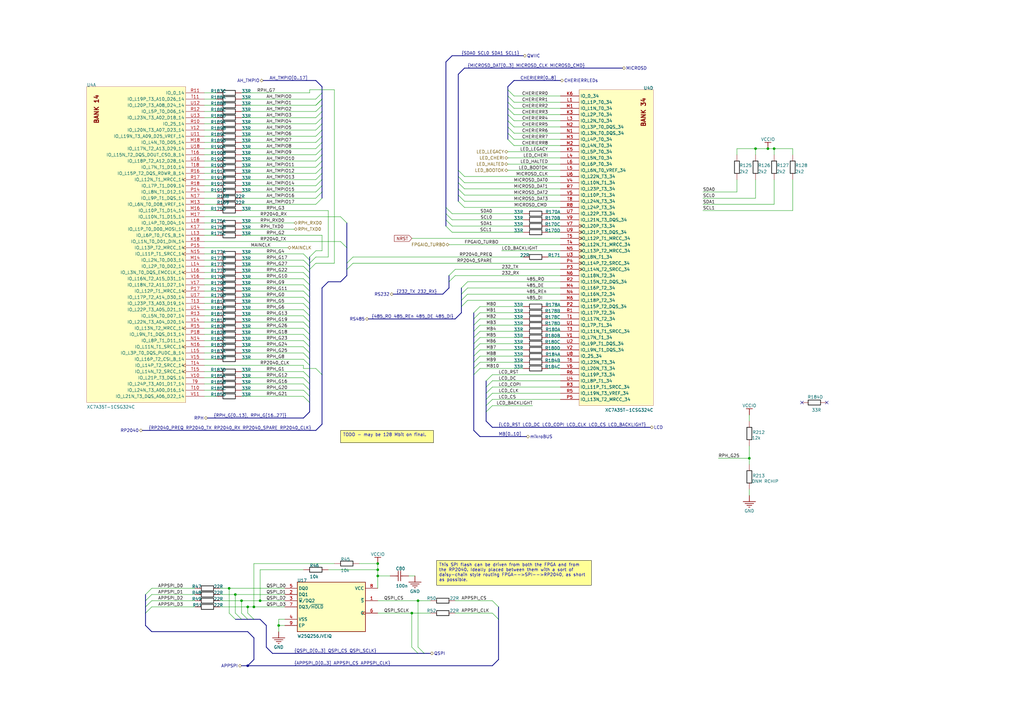
<source format=kicad_sch>
(kicad_sch (version 20231120) (generator "eeschema") (generator_version "8.0")
  (paper "A3")
  (title_block (title "<Enter Sheet Title>"))
  (junction (at 154.94 236.22))
  (junction (at 317.5 60.96))
  (junction (at 168.91 251.46))
  (junction (at 96.52 243.84))
  (junction (at 314.96 60.96))
  (junction (at 307.34 187.96))
  (junction (at 101.6 273.05))
  (junction (at 171.45 246.38))
  (junction (at 114.3 256.54))
  (junction (at 104.14 248.92))
  (junction (at 309.88 60.96))
  (junction (at 101.6 248.92))
  (junction (at 106.68 246.38))
  (junction (at 99.06 246.38))
  (junction (at 154.94 233.68))
  (junction (at 93.98 241.3))
  (junction (at 154.94 231.14))
  (no_connect (at 328.93 165.1))
  (no_connect (at 339.09 165.1))
  (bus_entry (at 194.31 146.05) (size 2.54 -2.54))
  (bus_entry (at 124.46 139.7) (size 2.54 2.54))
  (bus_entry (at 208.28 54.61) (size 2.54 2.54))
  (bus_entry (at 194.31 133.35) (size 2.54 -2.54))
  (bus_entry (at 129.54 71.12) (size 2.54 -2.54))
  (bus_entry (at 59.69 246.38) (size 2.54 -2.54))
  (bus_entry (at 129.54 58.42) (size 2.54 -2.54))
  (bus_entry (at 129.54 43.18) (size 2.54 -2.54))
  (bus_entry (at 99.06 251.46) (size 2.54 2.54))
  (bus_entry (at 182.88 92.71) (size 2.54 2.54))
  (bus_entry (at 129.54 68.58) (size 2.54 -2.54))
  (bus_entry (at 124.46 142.24) (size 2.54 2.54))
  (bus_entry (at 129.54 81.28) (size 2.54 -2.54))
  (bus_entry (at 144.78 107.95) (size -2.54 2.54))
  (bus_entry (at 59.69 243.84) (size 2.54 -2.54))
  (bus_entry (at 129.54 78.74) (size 2.54 -2.54))
  (bus_entry (at 129.54 43.18) (size 2.54 -2.54))
  (bus_entry (at 187.96 77.47) (size 2.54 2.54))
  (bus_entry (at 124.46 160.02) (size 2.54 2.54))
  (bus_entry (at 187.96 69.85) (size 2.54 2.54))
  (bus_entry (at 129.54 45.72) (size 2.54 -2.54))
  (bus_entry (at 129.54 105.41) (size -2.54 2.54))
  (bus_entry (at 124.46 147.32) (size 2.54 2.54))
  (bus_entry (at 124.46 137.16) (size 2.54 2.54))
  (bus_entry (at 189.23 125.73) (size 2.54 -2.54))
  (bus_entry (at 124.46 144.78) (size 2.54 2.54))
  (bus_entry (at 189.23 123.19) (size 2.54 -2.54))
  (bus_entry (at 194.31 138.43) (size 2.54 -2.54))
  (bus_entry (at 199.39 161.29) (size 2.54 -2.54))
  (bus_entry (at 208.28 39.37) (size 2.54 2.54))
  (bus_entry (at 129.54 76.2) (size 2.54 -2.54))
  (bus_entry (at 129.54 50.8) (size 2.54 -2.54))
  (bus_entry (at 201.93 246.38) (size 2.54 2.54))
  (bus_entry (at 93.98 251.46) (size 2.54 2.54))
  (bus_entry (at 189.23 120.65) (size 2.54 -2.54))
  (bus_entry (at 124.46 109.22) (size 2.54 2.54))
  (bus_entry (at 124.46 124.46) (size 2.54 2.54))
  (bus_entry (at 187.96 72.39) (size 2.54 2.54))
  (bus_entry (at 208.28 41.91) (size 2.54 2.54))
  (bus_entry (at 129.54 73.66) (size 2.54 -2.54))
  (bus_entry (at 208.28 49.53) (size 2.54 2.54))
  (bus_entry (at 129.54 55.88) (size 2.54 -2.54))
  (bus_entry (at 187.96 82.55) (size 2.54 2.54))
  (bus_entry (at 124.46 129.54) (size 2.54 2.54))
  (bus_entry (at 59.69 251.46) (size 2.54 -2.54))
  (bus_entry (at 199.39 158.75) (size 2.54 -2.54))
  (bus_entry (at 96.52 251.46) (size 2.54 2.54))
  (bus_entry (at 124.46 114.3) (size 2.54 2.54))
  (bus_entry (at 201.93 251.46) (size 2.54 2.54))
  (bus_entry (at 129.54 107.95) (size -2.54 2.54))
  (bus_entry (at 124.46 152.4) (size 2.54 2.54))
  (bus_entry (at 129.54 102.87) (size -2.54 2.54))
  (bus_entry (at 129.54 53.34) (size 2.54 -2.54))
  (bus_entry (at 171.45 265.43) (size 2.54 2.54))
  (bus_entry (at 129.54 66.04) (size 2.54 -2.54))
  (bus_entry (at 124.46 104.14) (size 2.54 2.54))
  (bus_entry (at 144.78 105.41) (size -2.54 2.54))
  (bus_entry (at 199.39 163.83) (size 2.54 -2.54))
  (bus_entry (at 124.46 157.48) (size 2.54 2.54))
  (bus_entry (at 187.96 80.01) (size 2.54 2.54))
  (bus_entry (at 124.46 116.84) (size 2.54 2.54))
  (bus_entry (at 124.46 134.62) (size 2.54 2.54))
  (bus_entry (at 194.31 148.59) (size 2.54 -2.54))
  (bus_entry (at 189.23 118.11) (size 2.54 -2.54))
  (bus_entry (at 187.96 74.93) (size 2.54 2.54))
  (bus_entry (at 208.28 36.83) (size 2.54 2.54))
  (bus_entry (at 59.69 248.92) (size 2.54 -2.54))
  (bus_entry (at 182.88 85.09) (size 2.54 2.54))
  (bus_entry (at 184.15 115.57) (size 2.54 -2.54))
  (bus_entry (at 194.31 140.97) (size 2.54 -2.54))
  (bus_entry (at 199.39 156.21) (size 2.54 -2.54))
  (bus_entry (at 194.31 130.81) (size 2.54 -2.54))
  (bus_entry (at 124.46 132.08) (size 2.54 2.54))
  (bus_entry (at 208.28 52.07) (size 2.54 2.54))
  (bus_entry (at 129.54 151.13) (size 2.54 2.54))
  (bus_entry (at 182.88 90.17) (size 2.54 2.54))
  (bus_entry (at 101.6 251.46) (size 2.54 2.54))
  (bus_entry (at 194.31 128.27) (size 2.54 -2.54))
  (bus_entry (at 124.46 111.76) (size 2.54 2.54))
  (bus_entry (at 194.31 153.67) (size 2.54 -2.54))
  (bus_entry (at 194.31 151.13) (size 2.54 -2.54))
  (bus_entry (at 199.39 168.91) (size 2.54 -2.54))
  (bus_entry (at 124.46 121.92) (size 2.54 2.54))
  (bus_entry (at 194.31 135.89) (size 2.54 -2.54))
  (bus_entry (at 124.46 119.38) (size 2.54 2.54))
  (bus_entry (at 184.15 113.03) (size 2.54 -2.54))
  (bus_entry (at 208.28 46.99) (size 2.54 2.54))
  (bus_entry (at 139.7 99.06) (size 2.54 2.54))
  (bus_entry (at 124.46 162.56) (size 2.54 2.54))
  (bus_entry (at 182.88 87.63) (size 2.54 2.54))
  (bus_entry (at 168.91 265.43) (size 2.54 2.54))
  (bus_entry (at 199.39 166.37) (size 2.54 -2.54))
  (bus_entry (at 124.46 154.94) (size 2.54 2.54))
  (bus_entry (at 129.54 40.64) (size 2.54 -2.54))
  (bus_entry (at 129.54 83.82) (size 2.54 -2.54))
  (bus_entry (at 208.28 57.15) (size 2.54 2.54))
  (bus_entry (at 208.28 44.45) (size 2.54 2.54))
  (bus_entry (at 124.46 106.68) (size 2.54 2.54))
  (bus_entry (at 129.54 48.26) (size 2.54 -2.54))
  (bus_entry (at 124.46 127) (size 2.54 2.54))
  (bus_entry (at 129.54 60.96) (size 2.54 -2.54))
  (bus_entry (at 139.7 88.9) (size 2.54 2.54))
  (bus_entry (at 194.31 143.51) (size 2.54 -2.54))
  (bus_entry (at 129.54 63.5) (size 2.54 -2.54))
  (wire (pts (xy 196.85 130.81) (xy 214.63 130.81)))
  (bus (pts (xy 208.28 39.37) (xy 208.28 36.83)))
  (wire (pts (xy 124.46 162.56) (xy 99.06 162.56)))
  (wire (pts (xy 88.9 121.92) (xy 83.82 121.92)))
  (wire (pts (xy 83.82 91.44) (xy 88.9 91.44)))
  (bus (pts (xy 132.08 78.74) (xy 132.08 76.2)))
  (bus (pts (xy 127 132.08) (xy 127 134.62)))
  (wire (pts (xy 196.85 148.59) (xy 214.63 148.59)))
  (wire (pts (xy 190.5 80.01) (xy 229.87 80.01)))
  (wire (pts (xy 201.93 153.67) (xy 229.87 153.67)))
  (bus (pts (xy 189.23 118.11) (xy 189.23 120.65)))
  (bus (pts (xy 204.47 254) (xy 204.47 270.51)))
  (bus (pts (xy 127 121.92) (xy 127 124.46)))
  (wire (pts (xy 99.06 38.1) (xy 127 38.1)))
  (wire (pts (xy 190.5 72.39) (xy 229.87 72.39)))
  (wire (pts (xy 229.87 148.59) (xy 224.79 148.59)))
  (wire (pts (xy 88.9 71.12) (xy 83.82 71.12)))
  (bus (pts (xy 208.28 41.91) (xy 208.28 39.37)))
  (wire (pts (xy 190.5 74.93) (xy 229.87 74.93)))
  (wire (pts (xy 99.06 68.58) (xy 129.54 68.58)))
  (wire (pts (xy 104.14 248.92) (xy 101.6 248.92)))
  (bus (pts (xy 190.5 27.94) (xy 255.27 27.94)))
  (bus (pts (xy 132.08 38.1) (xy 132.08 35.56)))
  (bus (pts (xy 194.31 176.53) (xy 196.85 179.07)))
  (bus (pts (xy 132.08 66.04) (xy 132.08 63.5)))
  (bus (pts (xy 184.15 118.11) (xy 181.61 120.65)))
  (wire (pts (xy 88.9 48.26) (xy 83.82 48.26)))
  (wire (pts (xy 210.82 46.99) (xy 229.87 46.99)))
  (wire (pts (xy 124.46 121.92) (xy 99.06 121.92)))
  (wire (pts (xy 124.46 142.24) (xy 99.06 142.24)))
  (wire (pts (xy 210.82 57.15) (xy 229.87 57.15)))
  (wire (pts (xy 62.23 243.84) (xy 80.01 243.84)))
  (bus (pts (xy 142.24 107.95) (xy 142.24 110.49)))
  (wire (pts (xy 132.08 96.52) (xy 132.08 102.87)))
  (wire (pts (xy 196.85 140.97) (xy 214.63 140.97)))
  (wire (pts (xy 137.16 36.83) (xy 137.16 107.95)))
  (bus (pts (xy 127 114.3) (xy 127 116.84)))
  (wire (pts (xy 154.94 241.3) (xy 154.94 236.22)))
  (wire (pts (xy 288.29 81.28) (xy 309.88 81.28)))
  (bus (pts (xy 132.08 73.66) (xy 132.08 71.12)))
  (wire (pts (xy 229.87 87.63) (xy 224.79 87.63)))
  (bus (pts (xy 187.96 80.01) (xy 187.96 77.47)))
  (wire (pts (xy 88.9 55.88) (xy 83.82 55.88)))
  (wire (pts (xy 196.85 138.43) (xy 214.63 138.43)))
  (wire (pts (xy 127 36.83) (xy 137.16 36.83)))
  (wire (pts (xy 154.94 236.22) (xy 154.94 233.68)))
  (wire (pts (xy 129.54 105.41) (xy 134.62 105.41)))
  (bus (pts (xy 194.31 140.97) (xy 194.31 143.51)))
  (bus (pts (xy 194.31 143.51) (xy 194.31 146.05)))
  (wire (pts (xy 83.82 109.22) (xy 88.9 109.22)))
  (wire (pts (xy 88.9 53.34) (xy 83.82 53.34)))
  (bus (pts (xy 127 124.46) (xy 127 127)))
  (wire (pts (xy 124.46 124.46) (xy 99.06 124.46)))
  (bus (pts (xy 127 110.49) (xy 127 111.76)))
  (wire (pts (xy 294.64 187.96) (xy 307.34 187.96)))
  (wire (pts (xy 99.06 40.64) (xy 129.54 40.64)))
  (wire (pts (xy 83.82 114.3) (xy 88.9 114.3)))
  (wire (pts (xy 83.82 144.78) (xy 88.9 144.78)))
  (bus (pts (xy 204.47 248.92) (xy 204.47 254)))
  (bus (pts (xy 187.96 82.55) (xy 187.96 80.01)))
  (bus (pts (xy 127 154.94) (xy 127 157.48)))
  (wire (pts (xy 196.85 143.51) (xy 214.63 143.51)))
  (wire (pts (xy 96.52 243.84) (xy 96.52 251.46)))
  (bus (pts (xy 127 129.54) (xy 127 132.08)))
  (wire (pts (xy 99.06 106.68) (xy 124.46 106.68)))
  (bus (pts (xy 59.69 248.92) (xy 59.69 251.46)))
  (wire (pts (xy 208.28 64.77) (xy 229.87 64.77)))
  (bus (pts (xy 187.96 30.48) (xy 190.5 27.94)))
  (bus (pts (xy 132.08 58.42) (xy 132.08 55.88)))
  (wire (pts (xy 309.88 60.96) (xy 314.96 60.96)))
  (wire (pts (xy 229.87 143.51) (xy 224.79 143.51)))
  (bus (pts (xy 199.39 168.91) (xy 199.39 172.72)))
  (bus (pts (xy 59.69 246.38) (xy 59.69 248.92)))
  (bus (pts (xy 210.82 33.02) (xy 229.87 33.02)))
  (bus (pts (xy 132.08 53.34) (xy 132.08 50.8)))
  (wire (pts (xy 129.54 107.95) (xy 137.16 107.95)))
  (wire (pts (xy 124.46 134.62) (xy 99.06 134.62)))
  (wire (pts (xy 288.29 86.36) (xy 325.12 86.36)))
  (wire (pts (xy 210.82 49.53) (xy 229.87 49.53)))
  (wire (pts (xy 309.88 81.28) (xy 309.88 73.66)))
  (bus (pts (xy 99.06 254) (xy 101.6 254)))
  (wire (pts (xy 83.82 160.02) (xy 88.9 160.02)))
  (bus (pts (xy 85.09 171.45) (xy 124.46 171.45)))
  (bus (pts (xy 142.24 101.6) (xy 142.24 107.95)))
  (bus (pts (xy 127 106.68) (xy 127 107.95)))
  (wire (pts (xy 190.5 77.47) (xy 229.87 77.47)))
  (bus (pts (xy 161.29 120.65) (xy 181.61 120.65)))
  (wire (pts (xy 185.42 92.71) (xy 214.63 92.71)))
  (wire (pts (xy 88.9 162.56) (xy 83.82 162.56)))
  (wire (pts (xy 210.82 59.69) (xy 229.87 59.69)))
  (bus (pts (xy 208.28 52.07) (xy 208.28 49.53)))
  (wire (pts (xy 124.46 104.14) (xy 99.06 104.14)))
  (wire (pts (xy 124.46 154.94) (xy 99.06 154.94)))
  (wire (pts (xy 191.77 120.65) (xy 229.87 120.65)))
  (wire (pts (xy 224.79 95.25) (xy 229.87 95.25)))
  (bus (pts (xy 199.39 172.72) (xy 201.93 175.26)))
  (wire (pts (xy 83.82 99.06) (xy 139.7 99.06)))
  (wire (pts (xy 114.3 254) (xy 114.3 256.54)))
  (wire (pts (xy 229.87 90.17) (xy 224.79 90.17)))
  (wire (pts (xy 62.23 248.92) (xy 80.01 248.92)))
  (bus (pts (xy 184.15 113.03) (xy 184.15 115.57)))
  (wire (pts (xy 325.12 86.36) (xy 325.12 73.66)))
  (wire (pts (xy 288.29 78.74) (xy 302.26 78.74)))
  (wire (pts (xy 83.82 154.94) (xy 88.9 154.94)))
  (bus (pts (xy 127 111.76) (xy 127 114.3)))
  (wire (pts (xy 196.85 135.89) (xy 214.63 135.89)))
  (wire (pts (xy 208.28 62.23) (xy 229.87 62.23)))
  (wire (pts (xy 224.79 92.71) (xy 229.87 92.71)))
  (wire (pts (xy 288.29 83.82) (xy 317.5 83.82)))
  (bus (pts (xy 134.62 115.57) (xy 132.08 118.11)))
  (bus (pts (xy 132.08 71.12) (xy 132.08 68.58)))
  (wire (pts (xy 116.84 248.92) (xy 104.14 248.92)))
  (wire (pts (xy 185.42 95.25) (xy 214.63 95.25)))
  (wire (pts (xy 191.77 123.19) (xy 229.87 123.19)))
  (wire (pts (xy 307.34 172.72) (xy 307.34 170.18)))
  (wire (pts (xy 62.23 241.3) (xy 80.01 241.3)))
  (wire (pts (xy 229.87 133.35) (xy 224.79 133.35)))
  (wire (pts (xy 170.18 236.22) (xy 167.64 236.22)))
  (bus (pts (xy 182.88 25.4) (xy 185.42 22.86)))
  (bus (pts (xy 127 157.48) (xy 127 160.02)))
  (bus (pts (xy 199.39 158.75) (xy 199.39 161.29)))
  (wire (pts (xy 124.46 151.13) (xy 129.54 151.13)))
  (bus (pts (xy 194.31 128.27) (xy 194.31 130.81)))
  (wire (pts (xy 88.9 142.24) (xy 83.82 142.24)))
  (wire (pts (xy 224.79 146.05) (xy 229.87 146.05)))
  (wire (pts (xy 88.9 132.08) (xy 83.82 132.08)))
  (wire (pts (xy 191.77 118.11) (xy 229.87 118.11)))
  (wire (pts (xy 83.82 101.6) (xy 118.11 101.6)))
  (wire (pts (xy 208.28 69.85) (xy 229.87 69.85)))
  (wire (pts (xy 83.82 129.54) (xy 88.9 129.54)))
  (wire (pts (xy 171.45 246.38) (xy 176.53 246.38)))
  (bus (pts (xy 142.24 91.44) (xy 142.24 101.6)))
  (bus (pts (xy 107.95 33.02) (xy 129.54 33.02)))
  (bus (pts (xy 194.31 153.67) (xy 194.31 176.53)))
  (wire (pts (xy 205.74 102.87) (xy 229.87 102.87)))
  (wire (pts (xy 124.46 157.48) (xy 99.06 157.48)))
  (wire (pts (xy 83.82 106.68) (xy 88.9 106.68)))
  (bus (pts (xy 127 160.02) (xy 127 162.56)))
  (bus (pts (xy 199.39 163.83) (xy 199.39 166.37)))
  (wire (pts (xy 124.46 139.7) (xy 99.06 139.7)))
  (wire (pts (xy 201.93 161.29) (xy 229.87 161.29)))
  (wire (pts (xy 99.06 45.72) (xy 129.54 45.72)))
  (wire (pts (xy 224.79 151.13) (xy 229.87 151.13)))
  (wire (pts (xy 229.87 105.41) (xy 224.79 105.41)))
  (wire (pts (xy 124.46 149.86) (xy 124.46 151.13)))
  (wire (pts (xy 99.06 48.26) (xy 129.54 48.26)))
  (wire (pts (xy 196.85 133.35) (xy 214.63 133.35)))
  (bus (pts (xy 59.69 256.54) (xy 62.23 259.08)))
  (wire (pts (xy 302.26 78.74) (xy 302.26 73.66)))
  (bus (pts (xy 132.08 153.67) (xy 132.08 173.99)))
  (bus (pts (xy 127 127) (xy 127 129.54)))
  (bus (pts (xy 127 147.32) (xy 127 149.86)))
  (wire (pts (xy 160.02 236.22) (xy 154.94 236.22)))
  (wire (pts (xy 83.82 96.52) (xy 88.9 96.52)))
  (wire (pts (xy 186.69 110.49) (xy 229.87 110.49)))
  (bus (pts (xy 189.23 123.19) (xy 189.23 125.73)))
  (wire (pts (xy 106.68 246.38) (xy 99.06 246.38)))
  (wire (pts (xy 99.06 50.8) (xy 129.54 50.8)))
  (wire (pts (xy 124.46 152.4) (xy 99.06 152.4)))
  (bus (pts (xy 132.08 40.64) (xy 132.08 38.1)))
  (bus (pts (xy 132.08 63.5) (xy 132.08 60.96)))
  (bus (pts (xy 127 142.24) (xy 127 144.78)))
  (wire (pts (xy 83.82 86.36) (xy 88.9 86.36)))
  (bus (pts (xy 189.23 120.65) (xy 189.23 123.19)))
  (wire (pts (xy 99.06 60.96) (xy 129.54 60.96)))
  (wire (pts (xy 99.06 55.88) (xy 129.54 55.88)))
  (bus (pts (xy 194.31 148.59) (xy 194.31 151.13)))
  (wire (pts (xy 144.78 107.95) (xy 229.87 107.95)))
  (wire (pts (xy 129.54 102.87) (xy 132.08 102.87)))
  (wire (pts (xy 88.9 38.1) (xy 83.82 38.1)))
  (wire (pts (xy 83.82 116.84) (xy 88.9 116.84)))
  (wire (pts (xy 99.06 76.2) (xy 129.54 76.2)))
  (bus (pts (xy 139.7 115.57) (xy 134.62 115.57)))
  (bus (pts (xy 127 149.86) (xy 127 154.94)))
  (wire (pts (xy 134.62 86.36) (xy 134.62 105.41)))
  (bus (pts (xy 189.23 125.73) (xy 189.23 128.27)))
  (wire (pts (xy 106.68 233.68) (xy 106.68 246.38)))
  (bus (pts (xy 59.69 251.46) (xy 59.69 256.54)))
  (bus (pts (xy 127 144.78) (xy 127 147.32)))
  (bus (pts (xy 208.28 49.53) (xy 208.28 46.99)))
  (wire (pts (xy 124.46 129.54) (xy 99.06 129.54)))
  (wire (pts (xy 88.9 45.72) (xy 83.82 45.72)))
  (wire (pts (xy 99.06 96.52) (xy 132.08 96.52)))
  (bus (pts (xy 173.99 267.97) (xy 176.53 267.97)))
  (wire (pts (xy 124.46 119.38) (xy 99.06 119.38)))
  (bus (pts (xy 106.68 254) (xy 109.22 256.54)))
  (wire (pts (xy 144.78 105.41) (xy 214.63 105.41)))
  (wire (pts (xy 201.93 166.37) (xy 218.44 166.37)))
  (bus (pts (xy 208.28 36.83) (xy 208.28 35.56)))
  (wire (pts (xy 307.34 187.96) (xy 307.34 190.5)))
  (wire (pts (xy 208.28 67.31) (xy 229.87 67.31)))
  (wire (pts (xy 83.82 149.86) (xy 124.46 149.86)))
  (bus (pts (xy 132.08 173.99) (xy 129.54 176.53)))
  (wire (pts (xy 317.5 60.96) (xy 325.12 60.96)))
  (wire (pts (xy 88.9 78.74) (xy 83.82 78.74)))
  (bus (pts (xy 104.14 254) (xy 106.68 254)))
  (wire (pts (xy 116.84 241.3) (xy 93.98 241.3)))
  (wire (pts (xy 210.82 54.61) (xy 229.87 54.61)))
  (wire (pts (xy 314.96 60.96) (xy 317.5 60.96)))
  (wire (pts (xy 83.82 124.46) (xy 88.9 124.46)))
  (bus (pts (xy 101.6 259.08) (xy 104.14 261.62)))
  (wire (pts (xy 88.9 40.64) (xy 83.82 40.64)))
  (wire (pts (xy 116.84 254) (xy 114.3 254)))
  (bus (pts (xy 182.88 87.63) (xy 182.88 85.09)))
  (wire (pts (xy 184.15 100.33) (xy 229.87 100.33)))
  (wire (pts (xy 83.82 93.98) (xy 88.9 93.98)))
  (wire (pts (xy 224.79 135.89) (xy 229.87 135.89)))
  (wire (pts (xy 302.26 63.5) (xy 302.26 60.96)))
  (wire (pts (xy 214.63 87.63) (xy 185.42 87.63)))
  (wire (pts (xy 137.16 231.14) (xy 104.14 231.14)))
  (bus (pts (xy 182.88 92.71) (xy 182.88 90.17)))
  (bus (pts (xy 104.14 261.62) (xy 104.14 270.51)))
  (bus (pts (xy 187.96 74.93) (xy 187.96 72.39)))
  (wire (pts (xy 99.06 93.98) (xy 120.65 93.98)))
  (bus (pts (xy 194.31 133.35) (xy 194.31 135.89)))
  (bus (pts (xy 127 168.91) (xy 124.46 171.45)))
  (wire (pts (xy 229.87 138.43) (xy 224.79 138.43)))
  (wire (pts (xy 210.82 41.91) (xy 229.87 41.91)))
  (wire (pts (xy 196.85 128.27) (xy 214.63 128.27)))
  (wire (pts (xy 124.46 114.3) (xy 99.06 114.3)))
  (wire (pts (xy 88.9 63.5) (xy 83.82 63.5)))
  (bus (pts (xy 132.08 55.88) (xy 132.08 53.34)))
  (bus (pts (xy 127 137.16) (xy 127 139.7)))
  (bus (pts (xy 187.96 72.39) (xy 187.96 69.85)))
  (bus (pts (xy 132.08 43.18) (xy 132.08 40.64)))
  (wire (pts (xy 83.82 134.62) (xy 88.9 134.62)))
  (bus (pts (xy 101.6 254) (xy 104.14 254)))
  (bus (pts (xy 196.85 179.07) (xy 215.9 179.07)))
  (wire (pts (xy 83.82 88.9) (xy 139.7 88.9)))
  (bus (pts (xy 151.13 130.81) (xy 186.69 130.81)))
  (wire (pts (xy 147.32 231.14) (xy 154.94 231.14)))
  (wire (pts (xy 88.9 58.42) (xy 83.82 58.42)))
  (wire (pts (xy 124.46 144.78) (xy 99.06 144.78)))
  (bus (pts (xy 109.22 265.43) (xy 111.76 267.97)))
  (wire (pts (xy 99.06 78.74) (xy 129.54 78.74)))
  (wire (pts (xy 83.82 127) (xy 88.9 127)))
  (wire (pts (xy 88.9 76.2) (xy 83.82 76.2)))
  (wire (pts (xy 201.93 156.21) (xy 229.87 156.21)))
  (wire (pts (xy 88.9 111.76) (xy 83.82 111.76)))
  (wire (pts (xy 116.84 246.38) (xy 106.68 246.38)))
  (wire (pts (xy 201.93 163.83) (xy 229.87 163.83)))
  (bus (pts (xy 199.39 161.29) (xy 199.39 163.83)))
  (bus (pts (xy 127 139.7) (xy 127 142.24)))
  (wire (pts (xy 317.5 63.5) (xy 317.5 60.96)))
  (wire (pts (xy 62.23 246.38) (xy 80.01 246.38)))
  (wire (pts (xy 99.06 246.38) (xy 90.17 246.38)))
  (bus (pts (xy 132.08 68.58) (xy 132.08 66.04)))
  (bus (pts (xy 187.96 77.47) (xy 187.96 74.93)))
  (bus (pts (xy 208.28 54.61) (xy 208.28 52.07)))
  (wire (pts (xy 83.82 147.32) (xy 88.9 147.32)))
  (bus (pts (xy 62.23 259.08) (xy 101.6 259.08)))
  (wire (pts (xy 154.94 233.68) (xy 154.94 231.14)))
  (bus (pts (xy 185.42 22.86) (xy 214.63 22.86)))
  (wire (pts (xy 88.9 60.96) (xy 83.82 60.96)))
  (wire (pts (xy 124.46 109.22) (xy 99.06 109.22)))
  (wire (pts (xy 186.69 113.03) (xy 229.87 113.03)))
  (wire (pts (xy 224.79 130.81) (xy 229.87 130.81)))
  (bus (pts (xy 109.22 256.54) (xy 109.22 265.43)))
  (bus (pts (xy 132.08 81.28) (xy 132.08 78.74)))
  (bus (pts (xy 132.08 76.2) (xy 132.08 73.66)))
  (wire (pts (xy 99.06 43.18) (xy 129.54 43.18)))
  (wire (pts (xy 317.5 83.82) (xy 317.5 73.66)))
  (wire (pts (xy 88.9 83.82) (xy 83.82 83.82)))
  (wire (pts (xy 154.94 233.68) (xy 134.62 233.68)))
  (wire (pts (xy 99.06 73.66) (xy 129.54 73.66)))
  (bus (pts (xy 142.24 113.03) (xy 139.7 115.57)))
  (bus (pts (xy 187.96 69.85) (xy 187.96 30.48)))
  (wire (pts (xy 154.94 246.38) (xy 171.45 246.38)))
  (wire (pts (xy 307.34 200.66) (xy 307.34 203.2)))
  (bus (pts (xy 204.47 270.51) (xy 201.93 273.05)))
  (wire (pts (xy 196.85 151.13) (xy 214.63 151.13)))
  (wire (pts (xy 124.46 127) (xy 99.06 127)))
  (wire (pts (xy 96.52 243.84) (xy 90.17 243.84)))
  (wire (pts (xy 124.46 137.16) (xy 99.06 137.16)))
  (wire (pts (xy 224.79 140.97) (xy 229.87 140.97)))
  (wire (pts (xy 93.98 241.3) (xy 93.98 251.46)))
  (bus (pts (xy 194.31 138.43) (xy 194.31 140.97)))
  (wire (pts (xy 124.46 132.08) (xy 99.06 132.08)))
  (bus (pts (xy 127 119.38) (xy 127 121.92)))
  (wire (pts (xy 168.91 251.46) (xy 168.91 265.43)))
  (wire (pts (xy 186.69 251.46) (xy 201.93 251.46)))
  (bus (pts (xy 127 105.41) (xy 127 106.68)))
  (wire (pts (xy 99.06 63.5) (xy 129.54 63.5)))
  (bus (pts (xy 132.08 60.96) (xy 132.08 58.42)))
  (bus (pts (xy 58.42 176.53) (xy 129.54 176.53)))
  (wire (pts (xy 190.5 85.09) (xy 229.87 85.09)))
  (wire (pts (xy 307.34 187.96) (xy 307.34 182.88)))
  (wire (pts (xy 99.06 91.44) (xy 120.65 91.44)))
  (bus (pts (xy 96.52 254) (xy 99.06 254)))
  (wire (pts (xy 99.06 58.42) (xy 129.54 58.42)))
  (wire (pts (xy 124.46 233.68) (xy 106.68 233.68)))
  (bus (pts (xy 184.15 115.57) (xy 184.15 118.11)))
  (wire (pts (xy 191.77 115.57) (xy 229.87 115.57)))
  (bus (pts (xy 208.28 57.15) (xy 208.28 54.61)))
  (bus (pts (xy 132.08 35.56) (xy 129.54 33.02)))
  (bus (pts (xy 194.31 130.81) (xy 194.31 133.35)))
  (wire (pts (xy 83.82 104.14) (xy 88.9 104.14)))
  (wire (pts (xy 101.6 248.92) (xy 101.6 251.46)))
  (wire (pts (xy 127 36.83) (xy 127 38.1)))
  (wire (pts (xy 93.98 241.3) (xy 90.17 241.3)))
  (bus (pts (xy 208.28 46.99) (xy 208.28 44.45)))
  (bus (pts (xy 99.06 273.05) (xy 101.6 273.05)))
  (bus (pts (xy 127 107.95) (xy 127 109.22)))
  (bus (pts (xy 182.88 90.17) (xy 182.88 87.63)))
  (wire (pts (xy 190.5 82.55) (xy 229.87 82.55)))
  (wire (pts (xy 325.12 60.96) (xy 325.12 63.5)))
  (wire (pts (xy 83.82 119.38) (xy 88.9 119.38)))
  (bus (pts (xy 132.08 50.8) (xy 132.08 48.26)))
  (wire (pts (xy 186.69 246.38) (xy 201.93 246.38)))
  (wire (pts (xy 124.46 160.02) (xy 99.06 160.02)))
  (wire (pts (xy 196.85 146.05) (xy 214.63 146.05)))
  (bus (pts (xy 127 134.62) (xy 127 137.16)))
  (wire (pts (xy 88.9 73.66) (xy 83.82 73.66)))
  (wire (pts (xy 99.06 86.36) (xy 134.62 86.36)))
  (wire (pts (xy 99.06 53.34) (xy 129.54 53.34)))
  (wire (pts (xy 309.88 63.5) (xy 309.88 60.96)))
  (wire (pts (xy 224.79 125.73) (xy 229.87 125.73)))
  (bus (pts (xy 104.14 270.51) (xy 101.6 273.05)))
  (bus (pts (xy 132.08 118.11) (xy 132.08 153.67)))
  (wire (pts (xy 83.82 139.7) (xy 88.9 139.7)))
  (wire (pts (xy 210.82 52.07) (xy 229.87 52.07)))
  (bus (pts (xy 127 162.56) (xy 127 165.1)))
  (bus (pts (xy 132.08 48.26) (xy 132.08 45.72)))
  (bus (pts (xy 194.31 146.05) (xy 194.31 148.59)))
  (wire (pts (xy 229.87 128.27) (xy 224.79 128.27)))
  (wire (pts (xy 124.46 116.84) (xy 99.06 116.84)))
  (bus (pts (xy 127 165.1) (xy 127 168.91)))
  (wire (pts (xy 88.9 66.04) (xy 83.82 66.04)))
  (wire (pts (xy 88.9 68.58) (xy 83.82 68.58)))
  (wire (pts (xy 88.9 43.18) (xy 83.82 43.18)))
  (wire (pts (xy 88.9 152.4) (xy 83.82 152.4)))
  (wire (pts (xy 196.85 125.73) (xy 214.63 125.73)))
  (bus (pts (xy 199.39 156.21) (xy 199.39 158.75)))
  (wire (pts (xy 99.06 71.12) (xy 129.54 71.12)))
  (bus (pts (xy 189.23 128.27) (xy 186.69 130.81)))
  (wire (pts (xy 124.46 147.32) (xy 99.06 147.32)))
  (wire (pts (xy 83.82 137.16) (xy 88.9 137.16)))
  (bus (pts (xy 201.93 175.26) (xy 266.7 175.26)))
  (wire (pts (xy 116.84 256.54) (xy 114.3 256.54)))
  (bus (pts (xy 182.88 85.09) (xy 182.88 25.4)))
  (wire (pts (xy 101.6 248.92) (xy 90.17 248.92)))
  (wire (pts (xy 114.3 256.54) (xy 114.3 259.08)))
  (wire (pts (xy 83.82 157.48) (xy 88.9 157.48)))
  (bus (pts (xy 208.28 44.45) (xy 208.28 41.91)))
  (wire (pts (xy 88.9 81.28) (xy 83.82 81.28)))
  (bus (pts (xy 171.45 267.97) (xy 173.99 267.97)))
  (wire (pts (xy 210.82 44.45) (xy 229.87 44.45)))
  (wire (pts (xy 124.46 111.76) (xy 99.06 111.76)))
  (wire (pts (xy 99.06 83.82) (xy 129.54 83.82)))
  (wire (pts (xy 99.06 66.04) (xy 129.54 66.04)))
  (wire (pts (xy 104.14 231.14) (xy 104.14 248.92)))
  (wire (pts (xy 210.82 39.37) (xy 229.87 39.37)))
  (wire (pts (xy 99.06 246.38) (xy 99.06 251.46)))
  (wire (pts (xy 99.06 81.28) (xy 129.54 81.28)))
  (bus (pts (xy 59.69 243.84) (xy 59.69 246.38)))
  (bus (pts (xy 132.08 45.72) (xy 132.08 43.18)))
  (wire (pts (xy 201.93 158.75) (xy 229.87 158.75)))
  (wire (pts (xy 171.45 246.38) (xy 171.45 265.43)))
  (wire (pts (xy 185.42 90.17) (xy 214.63 90.17)))
  (bus (pts (xy 127 116.84) (xy 127 119.38)))
  (bus (pts (xy 194.31 151.13) (xy 194.31 153.67)))
  (bus (pts (xy 101.6 273.05) (xy 201.93 273.05)))
  (bus (pts (xy 208.28 35.56) (xy 210.82 33.02)))
  (wire (pts (xy 154.94 251.46) (xy 168.91 251.46)))
  (wire (pts (xy 116.84 243.84) (xy 96.52 243.84)))
  (wire (pts (xy 168.91 97.79) (xy 229.87 97.79)))
  (bus (pts (xy 111.76 267.97) (xy 171.45 267.97)))
  (wire (pts (xy 168.91 251.46) (xy 176.53 251.46)))
  (bus (pts (xy 127 109.22) (xy 127 110.49)))
  (bus (pts (xy 142.24 110.49) (xy 142.24 113.03)))
  (wire (pts (xy 88.9 50.8) (xy 83.82 50.8)))
  (bus (pts (xy 194.31 135.89) (xy 194.31 138.43)))
  (bus (pts (xy 199.39 166.37) (xy 199.39 168.91)))
  (wire (pts (xy 302.26 60.96) (xy 309.88 60.96)))
  (text_box "TODO - may be 128 Mbit on final." (at 139.7 176.53 0) (size 38.1 5.08) (stroke (width 0) (color 0 0 0 1)) (fill (type color) (color 255 255 150 1)) (effects (font (size 1.27 1.27)) (justify left top)))
  (text_box "This SPI flash can be driven from both the FPGA and from the RP2040. Ideally placed between them with a sort of daisy-chain style routing FPGA-->SPI-->RP2040, as short as possible." (at 179.07 229.87 0) (size 63.5 10.16) (stroke (width 0) (color 0 0 0 1)) (fill (type color) (color 255 255 150 1)) (effects (font (size 1.27 1.27)) (justify left top)))
  (label "MAINCLK" (at 102.87 101.6 0))
  (label "APPSPI_D3" (at 64.77 248.92 0))
  (label "AH_TMPIO11" (at 109.22 68.58 0))
  (label "232_RX" (at 205.74 113.03 0))
  (label "RPH_G5" (at 109.22 124.46 0))
  (label "AH_TMPIO13" (at 109.22 73.66 0))
  (label "RP2040_CLK" (at 106.68 149.86 0))
  (label "{RPH_G[0..13], RPH_G[16..27]}" (at 87.63 171.45 0))
  (label "QSPI_D1" (at 109.22 243.84 0))
  (label "CHERIERR1" (at 224.79 41.91 180))
  (label "SCL1" (at 196.85 95.25 0))
  (label "RPH_G12" (at 109.22 154.94 0))
  (label "QSPI_CS" (at 157.48 246.38 0))
  (label "RPH_G11" (at 109.22 119.38 0))
  (label "485_DI" (at 215.9 123.19 0))
  (label "LED_LEGACY" (at 224.79 62.23 180))
  (label "CHERIERR0" (at 224.79 39.37 180))
  (label "RPH_G27" (at 109.22 109.22 0))
  (label "MB7" (at 199.39 143.51 0))
  (label "AH_TMPIO10" (at 109.22 66.04 0))
  (label "RPH_G0" (at 109.22 121.92 0))
  (label "RPH_G9" (at 109.22 116.84 0))
  (label "LCD_CS" (at 204.47 163.83 0))
  (label "CHERIERR4" (at 224.79 49.53 180))
  (label "CHERIERR3" (at 224.79 46.99 180))
  (label "RPH_G25" (at 109.22 144.78 0))
  (label "RPH_G24" (at 109.22 142.24 0))
  (label "CHERIERR8" (at 224.79 59.69 180))
  (label "RPH_RXD0" (at 106.68 91.44 0))
  (label "RPH_G25" (at 294.64 187.96 0))
  (label "AH_TMPIO0" (at 109.22 40.64 0))
  (label "APPSPI_D2" (at 64.77 246.38 0))
  (label "SCL0" (at 201.93 90.17 180))
  (label "MICROSD_CMD" (at 210.82 85.09 0))
  (label "LED_CHERI" (at 224.79 64.77 180))
  (label "SDA1" (at 288.29 83.82 0))
  (label "{APPSPI_D[0..3] APPSPI_CS APPSPI_CLK}" (at 120.65 273.05 0))
  (label "MB6" (at 199.39 140.97 0))
  (label "485_REn" (at 215.9 120.65 0))
  (label "APPSPI_D1" (at 64.77 243.84 0))
  (label "LCD_RST" (at 204.47 153.67 0))
  (label "RP2040_PREQ" (at 201.93 105.41 180))
  (label "RPH_G19" (at 109.22 132.08 0))
  (label "MB2" (at 199.39 130.81 0))
  (label "AH_TMPIO1" (at 109.22 43.18 0))
  (label "RP2040_SPARE" (at 201.93 107.95 180))
  (label "{QSPI_D[0..3] QSPI_CS QSPI_SCLK}" (at 120.65 267.97 0))
  (label "MICROSD_DAT0" (at 224.79 74.93 180))
  (label "SCL0" (at 288.29 81.28 0))
  (label "SDA1" (at 201.93 92.71 180))
  (label "AH_TMPIO12" (at 109.22 71.12 0))
  (label "RP2040_TX" (at 106.68 99.06 0))
  (label "QSPI_D2" (at 109.22 246.38 0))
  (label "RPH_G18" (at 109.22 137.16 0))
  (label "RPH_G20" (at 109.22 160.02 0))
  (label "QSPI_D3" (at 109.22 248.92 0))
  (label "SDA0" (at 201.93 87.63 180))
  (label "{232_TX 232_RX}" (at 162.56 120.65 0))
  (label "AH_TMPIO5" (at 109.22 53.34 0))
  (label "LCD_CLK" (at 204.47 161.29 0))
  (label "MB9" (at 199.39 148.59 0))
  (label "LED_HALTED" (at 224.79 67.31 180))
  (label "AH_TMPIO16" (at 109.22 81.28 0))
  (label "RP2040_RX" (at 106.68 88.9 0))
  (label "MICROSD_DAT1" (at 224.79 77.47 180))
  (label "RPH_G4" (at 109.22 104.14 0))
  (label "MICROSD_CLK" (at 224.79 72.39 180))
  (label "AH_TMPIO7" (at 109.22 58.42 0))
  (label "CHERIERR2" (at 224.79 44.45 180))
  (label "FPGAIO_TURBO" (at 204.47 100.33 180))
  (label "MB3" (at 199.39 133.35 0))
  (label "RPH_G2" (at 109.22 96.52 0))
  (label "RPH_G23" (at 109.22 139.7 0))
  (label "LCD_BACKLIGHT" (at 218.44 166.37 180))
  (label "485_RO" (at 215.9 115.57 0))
  (label "RPH_G17" (at 109.22 106.68 0))
  (label "MB10" (at 199.39 151.13 0))
  (label "AH_TMPIO4" (at 109.22 50.8 0))
  (label "{MICROSD_DAT[0..3] MICROSD_CLK MICROSD_CMD}" (at 191.77 27.94 0))
  (label "AH_TMPIO3" (at 109.22 48.26 0))
  (label "AH_TMPIO[0..17]" (at 110.49 33.02 0))
  (label "QSPI_SCLK" (at 157.48 251.46 0))
  (label "MB1" (at 199.39 128.27 0))
  (label "{SDA0 SCL0 SDA1 SCL1}" (at 189.23 22.86 0))
  (label "APPSPI_CS" (at 189.23 246.38 0))
  (label "RPH_G8" (at 109.22 147.32 0))
  (label "RPH_G21" (at 109.22 162.56 0))
  (label "AH_TMPIO9" (at 109.22 63.5 0))
  (label "LCD_BACKLIGHT" (at 205.74 102.87 0))
  (label "RPH_G6" (at 109.22 127 0))
  (label "MB5" (at 199.39 138.43 0))
  (label "RPH_G13" (at 109.22 129.54 0))
  (label "MICROSD_DAT3" (at 224.79 82.55 180))
  (label "LED_BOOTOK" (at 224.79 69.85 180))
  (label "QSPI_D0" (at 109.22 241.3 0))
  (label "AH_TMPIO14" (at 109.22 76.2 0))
  (label "RPH_G7" (at 105.41 38.1 0))
  (label "RPH_G16" (at 109.22 157.48 0))
  (label "485_DE" (at 215.9 118.11 0))
  (label "MB4" (at 199.39 135.89 0))
  (label "RPH_G3" (at 109.22 86.36 0))
  (label "AH_TMPIO8" (at 109.22 60.96 0))
  (label "LCD_COPI" (at 204.47 158.75 0))
  (label "SDA0" (at 288.29 78.74 0))
  (label "CHERIERR5" (at 224.79 52.07 180))
  (label "CHERIERR[0..8]" (at 213.36 33.02 0))
  (label "MB[0..10]" (at 204.47 179.07 0))
  (label "CHERIERR6" (at 224.79 54.61 180))
  (label "MICROSD_DAT2" (at 224.79 80.01 180))
  (label "AH_TMPIO17" (at 109.22 83.82 0))
  (label "APPSPI_CLK" (at 189.23 251.46 0))
  (label "{485_RO 485_REn 485_DE 485_DI}" (at 152.4 130.81 0))
  (label "AH_TMPIO6" (at 109.22 55.88 0))
  (label "{LCD_RST LCD_DC LCD_COPI LCD_CLK LCD_CS LCD_BACKLIGHT}" (at 204.47 175.26 0))
  (label "AH_TMPIO2" (at 109.22 45.72 0))
  (label "RPH_TXD0" (at 106.68 93.98 0))
  (label "RPH_G10" (at 109.22 114.3 0))
  (label "APPSPI_D0" (at 64.77 241.3 0))
  (label "{RP2040_PREQ RP2040_TX RP2040_RX RP2040_SPARE RP2040_CLK}" (at 60.96 176.53 0))
  (label "232_TX" (at 205.74 110.49 0))
  (label "LCD_DC" (at 204.47 156.21 0))
  (label "CHERIERR7" (at 224.79 57.15 180))
  (label "MB0" (at 199.39 125.73 0))
  (label "RPH_G26" (at 109.22 134.62 0))
  (label "AH_TMPIO15" (at 109.22 78.74 0))
  (label "MB8" (at 199.39 146.05 0))
  (label "RPH_G22" (at 109.22 111.76 0))
  (label "SCL1" (at 288.29 86.36 0))
  (label "RPH_G1" (at 109.22 152.4 0))
  (global_label "NRST" (shape input) (at 168.91 97.79 180) (property "Intersheetrefs" "${INTERSHEET_REFS}" (effects (hide yes))))
  (hierarchical_label "MAINCLK" (shape bidirectional) (at 118.11 101.6 0))
  (hierarchical_label "LED_CHERI" (shape bidirectional) (at 208.28 64.77 180))
  (hierarchical_label "LED_HALTED" (shape bidirectional) (at 208.28 67.31 180))
  (hierarchical_label "RS485" (shape bidirectional) (at 151.13 130.81 180))
  (hierarchical_label "QSPI" (shape bidirectional) (at 176.53 267.97 0))
  (hierarchical_label "mikroBUS" (shape bidirectional) (at 215.9 179.07 0))
  (hierarchical_label "LED_LEGACY" (shape bidirectional) (at 208.28 62.23 180))
  (hierarchical_label "LCD" (shape bidirectional) (at 266.7 175.26 0))
  (hierarchical_label "RPH" (shape bidirectional) (at 85.09 171.45 180))
  (hierarchical_label "FPGAIO_TURBO" (shape bidirectional) (at 184.15 100.33 180))
  (hierarchical_label "APPSPI" (shape bidirectional) (at 99.06 273.05 180))
  (hierarchical_label "CHERIERRLEDs" (shape bidirectional) (at 229.87 33.02 0))
  (hierarchical_label "AH_TMPIO" (shape bidirectional) (at 107.95 33.02 180))
  (hierarchical_label "RS232" (shape bidirectional) (at 161.29 120.65 180))
  (hierarchical_label "QWIIC" (shape bidirectional) (at 214.63 22.86 0))
  (hierarchical_label "RPH_TXD0" (shape bidirectional) (at 120.65 93.98 0))
  (hierarchical_label "LED_BOOTOK" (shape bidirectional) (at 208.28 69.85 180))
  (hierarchical_label "MICROSD" (shape bidirectional) (at 255.27 27.94 0))
  (hierarchical_label "RPH_RXD0" (shape bidirectional) (at 120.65 91.44 0))
  (hierarchical_label "RP2040" (shape bidirectional) (at 58.42 176.53 180))
  (symbol (lib_id "SONATA-ONE-symbols:root_1_RES-EU-4ARRAY") (at 93.98 93.98 0) (unit 2)
    (property "Reference" "R175" (at 86.36 93.98 0) (effects (justify left bottom)))
    (property "Value" "33R" (at 99.06 93.98 0) (effects (justify left bottom)))
    (property "Footprint" "SONATA-ONE-LIBRARY:741C083" (effects (hide yes)))
    (property "Description" "33-ohm, 0.5mm res array" (effects (hide yes)))
    (property "MANUFACTURE PART NUMBER 1" "741C083330JP" (effects (hide yes)))
  )
  (symbol (lib_id "SONATA-ONE-symbols:root_1_RES-EU-4ARRAY") (at 219.71 148.59 0) (mirror y) (unit 2)
    (property "Reference" "R184" (at 229.87 148.59 0) (effects (justify left bottom)))
    (property "Value" "33R" (at 214.63 148.59 0) (effects (justify left bottom)))
    (property "Footprint" "SONATA-ONE-LIBRARY:741C083" (effects (hide yes)))
    (property "Description" "33-ohm, 0.5mm res array" (effects (hide yes)))
    (property "MANUFACTURE PART NUMBER 1" "741C083330JP" (effects (hide yes)))
  )
  (symbol (lib_id "SONATA-ONE-symbols:root_1_RES-EU-4ARRAY") (at 219.71 133.35 0) (mirror y) (unit 4)
    (property "Reference" "R178" (at 229.87 133.35 0) (effects (justify left bottom)))
    (property "Value" "33R" (at 214.63 133.35 0) (effects (justify left bottom)))
    (property "Footprint" "SONATA-ONE-LIBRARY:741C083" (effects (hide yes)))
    (property "Description" "33-ohm, 0.5mm res array" (effects (hide yes)))
    (property "MANUFACTURE PART NUMBER 1" "741C083330JP" (effects (hide yes)))
  )
  (symbol (lib_id "SONATA-ONE-symbols:root_1_RES-EU-4ARRAY") (at 334.01 165.1 0) (mirror y) (unit 4)
    (property "Reference" "R184" (at 337.566 163.576 0) (effects (justify left bottom)))
    (property "Value" "33R" (at 336.804 168.91 0) (effects (justify left bottom)))
    (property "Footprint" "SONATA-ONE-LIBRARY:741C083" (effects (hide yes)))
    (property "Description" "33-ohm, 0.5mm res array" (effects (hide yes)))
    (property "MANUFACTURE PART NUMBER 1" "741C083330JP" (effects (hide yes)))
  )
  (symbol (lib_id "SONATA-ONE-symbols:root_1_RES-EU-4ARRAY") (at 219.71 90.17 0) (mirror y) (unit 2)
    (property "Reference" "R170" (at 229.87 90.17 0) (effects (justify left bottom)))
    (property "Value" "33R" (at 214.63 90.17 0) (effects (justify left bottom)))
    (property "Footprint" "SONATA-ONE-LIBRARY:741C083" (effects (hide yes)))
    (property "Description" "33-ohm, 0.5mm res array" (effects (hide yes)))
    (property "MANUFACTURE PART NUMBER 1" "741C083330JP" (effects (hide yes)))
  )
  (symbol (lib_id "SONATA-ONE-symbols:root_1_RES-EU-4ARRAY") (at 93.98 129.54 0) (unit 3)
    (property "Reference" "R181" (at 86.36 129.54 0) (effects (justify left bottom)))
    (property "Value" "33R" (at 99.06 129.54 0) (effects (justify left bottom)))
    (property "Footprint" "SONATA-ONE-LIBRARY:741C083" (effects (hide yes)))
    (property "Description" "33-ohm, 0.5mm res array" (effects (hide yes)))
    (property "MANUFACTURE PART NUMBER 1" "741C083330JP" (effects (hide yes)))
  )
  (symbol (lib_id "SONATA-ONE-symbols:root_0_mirrored_QSPI_WSON") (at 154.94 241.3 0) (unit 1)
    (property "Reference" "U17" (at 121.92 238.76 0) (effects (justify left bottom)))
    (property "Value" "W25Q256JVEIQ" (at 121.92 261.62 0) (effects (justify left bottom)))
    (property "Footprint" "SONATA-ONE-LIBRARY:WSON68_Micron" (effects (hide yes)))
    (property "Description" "IC FLASH 256M SPI 133MHZ 8WPDFN" (effects (hide yes)))
    (property "MANUFACTURE PART NUMBER 1" "W25Q256JVEIQ" (effects (hide yes)))
  )
  (symbol (lib_id "SONATA-ONE-symbols:root_1_RES-EU-4ARRAY") (at 219.71 151.13 0) (mirror y) (unit 3)
    (property "Reference" "R184" (at 229.87 151.13 0) (effects (justify left bottom)))
    (property "Value" "33R" (at 214.63 151.13 0) (effects (justify left bottom)))
    (property "Footprint" "SONATA-ONE-LIBRARY:741C083" (effects (hide yes)))
    (property "Description" "33-ohm, 0.5mm res array" (effects (hide yes)))
    (property "MANUFACTURE PART NUMBER 1" "741C083330JP" (effects (hide yes)))
  )
  (symbol (lib_id "SONATA-ONE-symbols:root_1_RES-EU-4ARRAY") (at 93.98 58.42 0) (unit 4)
    (property "Reference" "R189" (at 86.36 58.42 0) (effects (justify left bottom)))
    (property "Value" "33R" (at 99.06 58.42 0) (effects (justify left bottom)))
    (property "Footprint" "SONATA-ONE-LIBRARY:741C083" (effects (hide yes)))
    (property "Description" "33-ohm, 0.5mm res array" (effects (hide yes)))
    (property "MANUFACTURE PART NUMBER 1" "741C083330JP" (effects (hide yes)))
  )
  (symbol (lib_id "SONATA-ONE-symbols:root_1_RES-EU-4ARRAY") (at 93.98 116.84 0) (unit 2)
    (property "Reference" "R179" (at 86.36 116.84 0) (effects (justify left bottom)))
    (property "Value" "33R" (at 99.06 116.84 0) (effects (justify left bottom)))
    (property "Footprint" "SONATA-ONE-LIBRARY:741C083" (effects (hide yes)))
    (property "Description" "33-ohm, 0.5mm res array" (effects (hide yes)))
    (property "MANUFACTURE PART NUMBER 1" "741C083330JP" (effects (hide yes)))
  )
  (symbol (lib_id "SONATA-ONE-symbols:root_1_RES-EU-4ARRAY") (at 93.98 157.48 0) (unit 2)
    (property "Reference" "R185" (at 86.36 157.48 0) (effects (justify left bottom)))
    (property "Value" "33R" (at 99.06 157.48 0) (effects (justify left bottom)))
    (property "Footprint" "SONATA-ONE-LIBRARY:741C083" (effects (hide yes)))
    (property "Description" "33-ohm, 0.5mm res array" (effects (hide yes)))
    (property "MANUFACTURE PART NUMBER 1" "741C083330JP" (effects (hide yes)))
  )
  (symbol (lib_id "SONATA-ONE-symbols:root_1_RES-EU-4ARRAY") (at 219.71 146.05 0) (mirror y) (unit 1)
    (property "Reference" "R184" (at 229.87 146.05 0) (effects (justify left bottom)))
    (property "Value" "33R" (at 214.63 146.05 0) (effects (justify left bottom)))
    (property "Footprint" "SONATA-ONE-LIBRARY:741C083" (effects (hide yes)))
    (property "Description" "33-ohm, 0.5mm res array" (effects (hide yes)))
    (property "MANUFACTURE PART NUMBER 1" "741C083330JP" (effects (hide yes)))
  )
  (symbol (lib_id "SONATA-ONE-symbols:root_1_RES-EU-4ARRAY") (at 93.98 137.16 0) (unit 2)
    (property "Reference" "R182" (at 86.36 137.16 0) (effects (justify left bottom)))
    (property "Value" "33R" (at 99.06 137.16 0) (effects (justify left bottom)))
    (property "Footprint" "SONATA-ONE-LIBRARY:741C083" (effects (hide yes)))
    (property "Description" "33-ohm, 0.5mm res array" (effects (hide yes)))
    (property "MANUFACTURE PART NUMBER 1" "741C083330JP" (effects (hide yes)))
  )
  (symbol (lib_id "SONATA-ONE-symbols:root_3_RES-EU") (at 142.24 231.14 0) (unit 1)
    (property "Reference" "R45" (at 139.7 230.124 0) (effects (justify left bottom)))
    (property "Value" "10k" (at 139.7 234.696 0) (effects (justify left bottom)))
    (property "Footprint" "SONATA-ONE-LIBRARY:RESC1005X40N" (effects (hide yes)))
    (property "Description" "Do Not Mount Resistor" (effects (hide yes)))
    (property "MANUFACTURE PART NUMBER 1" "RC0402FR-0710KL" (effects (hide yes)))
  )
  (symbol (lib_id "SONATA-ONE-symbols:root_1_RES-EU") (at 181.61 246.38 0) (unit 1)
    (property "Reference" "R50" (at 175.006 246.126 0) (effects (justify left bottom)))
    (property "Value" "22R" (at 184.404 246.126 0) (effects (justify left bottom)))
    (property "Footprint" "SONATA-ONE-LIBRARY:RESC1005X40N" (effects (hide yes)))
    (property "Description" "10k res, 0402, 1%, 1/16W" (effects (hide yes)))
    (property "MANUFACTURE PART NUMBER 1" "RC0402FR-0722RL" (effects (hide yes)))
  )
  (symbol (lib_id "SONATA-ONE-symbols:root_1_RES-EU") (at 181.61 251.46 0) (unit 1)
    (property "Reference" "R52" (at 175.006 251.206 0) (effects (justify left bottom)))
    (property "Value" "22R" (at 184.404 251.206 0) (effects (justify left bottom)))
    (property "Footprint" "SONATA-ONE-LIBRARY:RESC1005X40N" (effects (hide yes)))
    (property "Description" "10k res, 0402, 1%, 1/16W" (effects (hide yes)))
    (property "MANUFACTURE PART NUMBER 1" "RC0402FR-0722RL" (effects (hide yes)))
  )
  (symbol (lib_id "SONATA-ONE-symbols:root_1_RES-EU-4ARRAY") (at 93.98 127 0) (unit 2)
    (property "Reference" "R181" (at 86.36 127 0) (effects (justify left bottom)))
    (property "Value" "33R" (at 99.06 127 0) (effects (justify left bottom)))
    (property "Footprint" "SONATA-ONE-LIBRARY:741C083" (effects (hide yes)))
    (property "Description" "33-ohm, 0.5mm res array" (effects (hide yes)))
    (property "MANUFACTURE PART NUMBER 1" "741C083330JP" (effects (hide yes)))
  )
  (symbol (lib_id "SONATA-ONE-symbols:root_1_RES-EU-4ARRAY") (at 219.71 95.25 0) (mirror y) (unit 4)
    (property "Reference" "R170" (at 229.87 95.25 0) (effects (justify left bottom)))
    (property "Value" "33R" (at 214.63 95.25 0) (effects (justify left bottom)))
    (property "Footprint" "SONATA-ONE-LIBRARY:741C083" (effects (hide yes)))
    (property "Description" "33-ohm, 0.5mm res array" (effects (hide yes)))
    (property "MANUFACTURE PART NUMBER 1" "741C083330JP" (effects (hide yes)))
  )
  (symbol (lib_id "SONATA-ONE-symbols:root_1_RES-EU-4ARRAY") (at 93.98 106.68 0) (unit 2)
    (property "Reference" "R177" (at 86.36 106.68 0) (effects (justify left bottom)))
    (property "Value" "33R" (at 99.06 106.68 0) (effects (justify left bottom)))
    (property "Footprint" "SONATA-ONE-LIBRARY:741C083" (effects (hide yes)))
    (property "Description" "33-ohm, 0.5mm res array" (effects (hide yes)))
    (property "MANUFACTURE PART NUMBER 1" "741C083330JP" (effects (hide yes)))
  )
  (symbol (lib_id "SONATA-ONE-symbols:root_1_RES-EU-4ARRAY") (at 93.98 147.32 0) (unit 2)
    (property "Reference" "R183" (at 86.36 147.32 0) (effects (justify left bottom)))
    (property "Value" "33R" (at 99.06 147.32 0) (effects (justify left bottom)))
    (property "Footprint" "SONATA-ONE-LIBRARY:741C083" (effects (hide yes)))
    (property "Description" "33-ohm, 0.5mm res array" (effects (hide yes)))
    (property "MANUFACTURE PART NUMBER 1" "741C083330JP" (effects (hide yes)))
  )
  (symbol (lib_id "SONATA-ONE-symbols:root_1_RES-EU-4ARRAY") (at 93.98 96.52 0) (unit 3)
    (property "Reference" "R175" (at 86.36 96.52 0) (effects (justify left bottom)))
    (property "Value" "33R" (at 99.06 96.52 0) (effects (justify left bottom)))
    (property "Footprint" "SONATA-ONE-LIBRARY:741C083" (effects (hide yes)))
    (property "Description" "33-ohm, 0.5mm res array" (effects (hide yes)))
    (property "MANUFACTURE PART NUMBER 1" "741C083330JP" (effects (hide yes)))
  )
  (symbol (lib_id "SONATA-ONE-symbols:root_1_RES-EU-4ARRAY") (at 219.71 143.51 0) (mirror y) (unit 4)
    (property "Reference" "R180" (at 229.87 143.51 0) (effects (justify left bottom)))
    (property "Value" "33R" (at 214.63 143.51 0) (effects (justify left bottom)))
    (property "Footprint" "SONATA-ONE-LIBRARY:741C083" (effects (hide yes)))
    (property "Description" "33-ohm, 0.5mm res array" (effects (hide yes)))
    (property "MANUFACTURE PART NUMBER 1" "741C083330JP" (effects (hide yes)))
  )
  (symbol (lib_id "SONATA-ONE-symbols:root_1_RES-EU-4ARRAY") (at 93.98 71.12 0) (unit 1)
    (property "Reference" "R191" (at 86.36 71.12 0) (effects (justify left bottom)))
    (property "Value" "33R" (at 99.06 71.12 0) (effects (justify left bottom)))
    (property "Footprint" "SONATA-ONE-LIBRARY:741C083" (effects (hide yes)))
    (property "Description" "33-ohm, 0.5mm res array" (effects (hide yes)))
    (property "MANUFACTURE PART NUMBER 1" "741C083330JP" (effects (hide yes)))
  )
  (symbol (lib_id "SONATA-ONE-symbols:root_0_RES-EU") (at 309.88 68.58 0) (unit 1)
    (property "Reference" "R126" (at 310.896 68.58 0) (effects (justify left bottom)))
    (property "Value" "2k2" (at 310.896 71.12 0) (effects (justify left bottom)))
    (property "Footprint" "SONATA-ONE-LIBRARY:RESC1608X55N" (effects (hide yes)))
    (property "Description" "10k res, 0402, 1%, 1/16W" (effects (hide yes)))
    (property "MANUFACTURE PART NUMBER 1" "RC0603FR-072K2L" (effects (hide yes)))
  )
  (symbol (lib_id "SONATA-ONE-symbols:root_1_RES-EU") (at 85.09 241.3 0) (unit 1)
    (property "Reference" "R47" (at 78.74 241.3 0) (effects (justify left bottom)))
    (property "Value" "22R" (at 87.63 241.3 0) (effects (justify left bottom)))
    (property "Footprint" "SONATA-ONE-LIBRARY:RESC1005X40N" (effects (hide yes)))
    (property "Description" "10k res, 0402, 1%, 1/16W" (effects (hide yes)))
    (property "MANUFACTURE PART NUMBER 1" "RC0402FR-0722RL" (effects (hide yes)))
  )
  (symbol (lib_id "SONATA-ONE-symbols:root_1_RES-EU-4ARRAY") (at 219.71 130.81 0) (mirror y) (unit 3)
    (property "Reference" "R178" (at 229.87 130.81 0) (effects (justify left bottom)))
    (property "Value" "33R" (at 214.63 130.81 0) (effects (justify left bottom)))
    (property "Footprint" "SONATA-ONE-LIBRARY:741C083" (effects (hide yes)))
    (property "Description" "33-ohm, 0.5mm res array" (effects (hide yes)))
    (property "MANUFACTURE PART NUMBER 1" "741C083330JP" (effects (hide yes)))
  )
  (symbol (lib_id "SONATA-ONE-symbols:root_1_RES-EU-4ARRAY") (at 93.98 134.62 0) (unit 1)
    (property "Reference" "R182" (at 86.36 134.62 0) (effects (justify left bottom)))
    (property "Value" "33R" (at 99.06 134.62 0) (effects (justify left bottom)))
    (property "Footprint" "SONATA-ONE-LIBRARY:741C083" (effects (hide yes)))
    (property "Description" "33-ohm, 0.5mm res array" (effects (hide yes)))
    (property "MANUFACTURE PART NUMBER 1" "741C083330JP" (effects (hide yes)))
  )
  (symbol (lib_id "SONATA-ONE-symbols:root_1_RES-EU-4ARRAY") (at 93.98 66.04 0) (unit 3)
    (property "Reference" "R190" (at 86.36 66.04 0) (effects (justify left bottom)))
    (property "Value" "33R" (at 99.06 66.04 0) (effects (justify left bottom)))
    (property "Footprint" "SONATA-ONE-LIBRARY:741C083" (effects (hide yes)))
    (property "Description" "33-ohm, 0.5mm res array" (effects (hide yes)))
    (property "MANUFACTURE PART NUMBER 1" "741C083330JP" (effects (hide yes)))
  )
  (symbol (lib_id "SONATA-ONE-symbols:root_1_RES-EU-4ARRAY") (at 93.98 144.78 0) (unit 1)
    (property "Reference" "R183" (at 86.36 144.78 0) (effects (justify left bottom)))
    (property "Value" "33R" (at 99.06 144.78 0) (effects (justify left bottom)))
    (property "Footprint" "SONATA-ONE-LIBRARY:741C083" (effects (hide yes)))
    (property "Description" "33-ohm, 0.5mm res array" (effects (hide yes)))
    (property "MANUFACTURE PART NUMBER 1" "741C083330JP" (effects (hide yes)))
  )
  (symbol (lib_id "SONATA-ONE-symbols:GND_POWER_GROUND") (at 307.34 203.2 0) (unit 1)
    (property "Reference" "#PWR0167" (effects (hide yes)))
    (property "Value" "GND" (at 307.34 209.55 0))
    (property "Description" "Power symbol creates a global label with name 'GND'" (effects (hide yes)))
  )
  (symbol (lib_id "SONATA-ONE-symbols:GND_POWER_GROUND") (at 114.3 259.08 0) (unit 1)
    (property "Reference" "#PWR0135" (effects (hide yes)))
    (property "Value" "GND" (at 114.3 265.43 0))
    (property "Description" "Power symbol creates a global label with name 'GND'" (effects (hide yes)))
  )
  (symbol (lib_id "SONATA-ONE-symbols:root_1_RES-EU-4ARRAY") (at 93.98 68.58 0) (unit 4)
    (property "Reference" "R190" (at 86.36 68.58 0) (effects (justify left bottom)))
    (property "Value" "33R" (at 99.06 68.58 0) (effects (justify left bottom)))
    (property "Footprint" "SONATA-ONE-LIBRARY:741C083" (effects (hide yes)))
    (property "Description" "33-ohm, 0.5mm res array" (effects (hide yes)))
    (property "MANUFACTURE PART NUMBER 1" "741C083330JP" (effects (hide yes)))
  )
  (symbol (lib_id "SONATA-ONE-symbols:root_1_RES-EU-4ARRAY") (at 93.98 38.1 0) (unit 3)
    (property "Reference" "R183" (at 86.36 38.1 0) (effects (justify left bottom)))
    (property "Value" "33R" (at 99.06 38.1 0) (effects (justify left bottom)))
    (property "Footprint" "SONATA-ONE-LIBRARY:741C083" (effects (hide yes)))
    (property "Description" "33-ohm, 0.5mm res array" (effects (hide yes)))
    (property "MANUFACTURE PART NUMBER 1" "741C083330JP" (effects (hide yes)))
  )
  (symbol (lib_id "SONATA-ONE-symbols:root_0_RES-EU") (at 302.26 68.58 0) (unit 1)
    (property "Reference" "R125" (at 303.276 68.58 0) (effects (justify left bottom)))
    (property "Value" "2k2" (at 303.276 71.12 0) (effects (justify left bottom)))
    (property "Footprint" "SONATA-ONE-LIBRARY:RESC1608X55N" (effects (hide yes)))
    (property "Description" "10k res, 0402, 1%, 1/16W" (effects (hide yes)))
    (property "MANUFACTURE PART NUMBER 1" "RC0603FR-072K2L" (effects (hide yes)))
  )
  (symbol (lib_id "SONATA-ONE-symbols:VCCIO_BAR") (at 307.34 170.18 180) (unit 1)
    (property "Reference" "#PWR0138" (effects (hide yes)))
    (property "Value" "VCCIO" (at 307.34 166.37 0))
    (property "Description" "Power symbol creates a global label with name 'VCCIO'" (effects (hide yes)))
  )
  (symbol (lib_id "SONATA-ONE-symbols:root_1_RES-EU-4ARRAY") (at 93.98 124.46 0) (unit 1)
    (property "Reference" "R181" (at 86.36 124.46 0) (effects (justify left bottom)))
    (property "Value" "33R" (at 99.06 124.46 0) (effects (justify left bottom)))
    (property "Footprint" "SONATA-ONE-LIBRARY:741C083" (effects (hide yes)))
    (property "Description" "33-ohm, 0.5mm res array" (effects (hide yes)))
    (property "MANUFACTURE PART NUMBER 1" "741C083330JP" (effects (hide yes)))
  )
  (symbol (lib_id "SONATA-ONE-symbols:root_1_RES-EU-4ARRAY") (at 219.71 92.71 0) (mirror y) (unit 3)
    (property "Reference" "R170" (at 229.87 92.71 0) (effects (justify left bottom)))
    (property "Value" "33R" (at 214.63 92.71 0) (effects (justify left bottom)))
    (property "Footprint" "SONATA-ONE-LIBRARY:741C083" (effects (hide yes)))
    (property "Description" "33-ohm, 0.5mm res array" (effects (hide yes)))
    (property "MANUFACTURE PART NUMBER 1" "741C083330JP" (effects (hide yes)))
  )
  (symbol (lib_id "SONATA-ONE-symbols:root_1_RES-EU-4ARRAY") (at 219.71 128.27 0) (mirror y) (unit 2)
    (property "Reference" "R178" (at 229.87 128.27 0) (effects (justify left bottom)))
    (property "Value" "33R" (at 214.63 128.27 0) (effects (justify left bottom)))
    (property "Footprint" "SONATA-ONE-LIBRARY:741C083" (effects (hide yes)))
    (property "Description" "33-ohm, 0.5mm res array" (effects (hide yes)))
    (property "MANUFACTURE PART NUMBER 1" "741C083330JP" (effects (hide yes)))
  )
  (symbol (lib_id "SONATA-ONE-symbols:GND_POWER_GROUND") (at 170.18 236.22 0) (unit 1)
    (property "Reference" "#PWR0137" (effects (hide yes)))
    (property "Value" "GND" (at 170.18 242.57 0))
    (property "Description" "Power symbol creates a global label with name 'GND'" (effects (hide yes)))
  )
  (symbol (lib_id "SONATA-ONE-symbols:root_1_RES-EU-4ARRAY") (at 93.98 45.72 0) (unit 3)
    (property "Reference" "R188" (at 86.36 45.72 0) (effects (justify left bottom)))
    (property "Value" "33R" (at 99.06 45.72 0) (effects (justify left bottom)))
    (property "Footprint" "SONATA-ONE-LIBRARY:741C083" (effects (hide yes)))
    (property "Description" "33-ohm, 0.5mm res array" (effects (hide yes)))
    (property "MANUFACTURE PART NUMBER 1" "741C083330JP" (effects (hide yes)))
  )
  (symbol (lib_id "SONATA-ONE-symbols:root_1_RES-EU-4ARRAY") (at 93.98 78.74 0) (unit 4)
    (property "Reference" "R191" (at 86.36 78.74 0) (effects (justify left bottom)))
    (property "Value" "33R" (at 99.06 78.74 0) (effects (justify left bottom)))
    (property "Footprint" "SONATA-ONE-LIBRARY:741C083" (effects (hide yes)))
    (property "Description" "33-ohm, 0.5mm res array" (effects (hide yes)))
    (property "MANUFACTURE PART NUMBER 1" "741C083330JP" (effects (hide yes)))
  )
  (symbol (lib_id "SONATA-ONE-symbols:root_1_RES-EU") (at 85.09 243.84 0) (unit 1)
    (property "Reference" "R48" (at 78.74 243.84 0) (effects (justify left bottom)))
    (property "Value" "22R" (at 87.63 243.84 0) (effects (justify left bottom)))
    (property "Footprint" "SONATA-ONE-LIBRARY:RESC1005X40N" (effects (hide yes)))
    (property "Description" "10k res, 0402, 1%, 1/16W" (effects (hide yes)))
    (property "MANUFACTURE PART NUMBER 1" "RC0402FR-0722RL" (effects (hide yes)))
  )
  (symbol (lib_id "SONATA-ONE-symbols:root_1_RES-EU-4ARRAY") (at 93.98 63.5 0) (unit 2)
    (property "Reference" "R190" (at 86.36 63.5 0) (effects (justify left bottom)))
    (property "Value" "33R" (at 99.06 63.5 0) (effects (justify left bottom)))
    (property "Footprint" "SONATA-ONE-LIBRARY:741C083" (effects (hide yes)))
    (property "Description" "33-ohm, 0.5mm res array" (effects (hide yes)))
    (property "MANUFACTURE PART NUMBER 1" "741C083330JP" (effects (hide yes)))
  )
  (symbol (lib_id "SONATA-ONE-symbols:root_1_RES-EU-4ARRAY") (at 219.71 140.97 0) (mirror y) (unit 3)
    (property "Reference" "R180" (at 229.87 140.97 0) (effects (justify left bottom)))
    (property "Value" "33R" (at 214.63 140.97 0) (effects (justify left bottom)))
    (property "Footprint" "SONATA-ONE-LIBRARY:741C083" (effects (hide yes)))
    (property "Description" "33-ohm, 0.5mm res array" (effects (hide yes)))
    (property "MANUFACTURE PART NUMBER 1" "741C083330JP" (effects (hide yes)))
  )
  (symbol (lib_id "SONATA-ONE-symbols:root_1_RES-EU-4ARRAY") (at 93.98 142.24 0) (unit 4)
    (property "Reference" "R182" (at 86.36 142.24 0) (effects (justify left bottom)))
    (property "Value" "33R" (at 99.06 142.24 0) (effects (justify left bottom)))
    (property "Footprint" "SONATA-ONE-LIBRARY:741C083" (effects (hide yes)))
    (property "Description" "33-ohm, 0.5mm res array" (effects (hide yes)))
    (property "MANUFACTURE PART NUMBER 1" "741C083330JP" (effects (hide yes)))
  )
  (symbol (lib_id "SONATA-ONE-symbols:root_1_RES-EU-4ARRAY") (at 93.98 132.08 0) (unit 4)
    (property "Reference" "R181" (at 86.36 132.08 0) (effects (justify left bottom)))
    (property "Value" "33R" (at 99.06 132.08 0) (effects (justify left bottom)))
    (property "Footprint" "SONATA-ONE-LIBRARY:741C083" (effects (hide yes)))
    (property "Description" "33-ohm, 0.5mm res array" (effects (hide yes)))
    (property "MANUFACTURE PART NUMBER 1" "741C083330JP" (effects (hide yes)))
  )
  (symbol (lib_id "SONATA-ONE-symbols:root_2_RES-EU") (at 307.34 177.8 0) (unit 1)
    (property "Reference" "R212" (at 308.61 178.054 0) (effects (justify left bottom)))
    (property "Value" "12k" (at 308.356 180.34 0) (effects (justify left bottom)))
    (property "Footprint" "SONATA-ONE-LIBRARY:RESC1608X55N" (effects (hide yes)))
    (property "Description" "Do Not Mount Resistor" (effects (hide yes)))
    (property "MANUFACTURE PART NUMBER 1" "RC0603FR-0712KL" (effects (hide yes)))
  )
  (symbol (lib_id "SONATA-ONE-symbols:root_1_RES-EU") (at 93.98 83.82 0) (unit 1)
    (property "Reference" "R169" (at 88.9 83.82 0) (effects (justify left bottom)))
    (property "Value" "22R" (at 96.52 83.82 0) (effects (justify left bottom)))
    (property "Footprint" "SONATA-ONE-LIBRARY:RESC1005X40N" (effects (hide yes)))
    (property "Description" "10k res, 0402, 1%, 1/16W" (effects (hide yes)))
    (property "MANUFACTURE PART NUMBER 1" "RC0402FR-0722RL" (effects (hide yes)))
  )
  (symbol (lib_id "SONATA-ONE-symbols:root_1_RES-EU-4ARRAY") (at 93.98 162.56 0) (unit 4)
    (property "Reference" "R185" (at 86.36 162.56 0) (effects (justify left bottom)))
    (property "Value" "33R" (at 99.06 162.56 0) (effects (justify left bottom)))
    (property "Footprint" "SONATA-ONE-LIBRARY:741C083" (effects (hide yes)))
    (property "Description" "33-ohm, 0.5mm res array" (effects (hide yes)))
    (property "MANUFACTURE PART NUMBER 1" "741C083330JP" (effects (hide yes)))
  )
  (symbol (lib_id "SONATA-ONE-symbols:root_2_RES-EU") (at 307.34 195.58 0) (unit 1)
    (property "Reference" "R213" (at 308.61 195.834 0) (effects (justify left bottom)))
    (property "Value" "DNM RCHIP" (at 308.356 198.12 0) (effects (justify left bottom)))
    (property "Footprint" "SONATA-ONE-LIBRARY:RESC1608X55N" (effects (hide yes)))
    (property "Description" "Do Not Mount Resistor" (effects (hide yes)))
  )
  (symbol (lib_id "SONATA-ONE-symbols:root_1_RES-EU-4ARRAY") (at 93.98 152.4 0) (unit 4)
    (property "Reference" "R183" (at 86.36 152.4 0) (effects (justify left bottom)))
    (property "Value" "33R" (at 99.06 152.4 0) (effects (justify left bottom)))
    (property "Footprint" "SONATA-ONE-LIBRARY:741C083" (effects (hide yes)))
    (property "Description" "33-ohm, 0.5mm res array" (effects (hide yes)))
    (property "MANUFACTURE PART NUMBER 1" "741C083330JP" (effects (hide yes)))
  )
  (symbol (lib_id "SONATA-ONE-symbols:root_0_XLNX-XC7A35T-CSG324") (at 267.97 36.83 0) (mirror y) (unit 4)
    (property "Reference" "U4" (at 267.97 36.83 0) (effects (justify left bottom)))
    (property "Value" "XC7A35T-1CSG324C" (at 267.97 168.91 0) (effects (justify left bottom)))
    (property "Footprint" "SONATA-ONE-LIBRARY:CSG324" (effects (hide yes)))
    (property "Description" "Artix-7 FPGA, 210 User I/Os, 0 GTP, 324-Ball BGA, Speed Grade 1, Commercial Grade, Pb-Free" (effects (hide yes)))
  )
  (symbol (lib_id "SONATA-ONE-symbols:root_1_RES-EU-4ARRAY") (at 93.98 160.02 0) (unit 3)
    (property "Reference" "R185" (at 86.36 160.02 0) (effects (justify left bottom)))
    (property "Value" "33R" (at 99.06 160.02 0) (effects (justify left bottom)))
    (property "Footprint" "SONATA-ONE-LIBRARY:741C083" (effects (hide yes)))
    (property "Description" "33-ohm, 0.5mm res array" (effects (hide yes)))
    (property "MANUFACTURE PART NUMBER 1" "741C083330JP" (effects (hide yes)))
  )
  (symbol (lib_id "SONATA-ONE-symbols:root_1_RES-EU-4ARRAY") (at 93.98 121.92 0) (unit 4)
    (property "Reference" "R179" (at 86.36 121.92 0) (effects (justify left bottom)))
    (property "Value" "33R" (at 99.06 121.92 0) (effects (justify left bottom)))
    (property "Footprint" "SONATA-ONE-LIBRARY:741C083" (effects (hide yes)))
    (property "Description" "33-ohm, 0.5mm res array" (effects (hide yes)))
    (property "MANUFACTURE PART NUMBER 1" "741C083330JP" (effects (hide yes)))
  )
  (symbol (lib_id "SONATA-ONE-symbols:root_1_RES-EU") (at 93.98 81.28 0) (unit 1)
    (property "Reference" "R168" (at 88.9 81.28 0) (effects (justify left bottom)))
    (property "Value" "22R" (at 96.52 81.28 0) (effects (justify left bottom)))
    (property "Footprint" "SONATA-ONE-LIBRARY:RESC1005X40N" (effects (hide yes)))
    (property "Description" "10k res, 0402, 1%, 1/16W" (effects (hide yes)))
    (property "MANUFACTURE PART NUMBER 1" "RC0402FR-0722RL" (effects (hide yes)))
  )
  (symbol (lib_id "SONATA-ONE-symbols:root_1_RES-EU") (at 85.09 246.38 0) (unit 1)
    (property "Reference" "R49" (at 78.74 246.38 0) (effects (justify left bottom)))
    (property "Value" "22R" (at 87.63 246.38 0) (effects (justify left bottom)))
    (property "Footprint" "SONATA-ONE-LIBRARY:RESC1005X40N" (effects (hide yes)))
    (property "Description" "10k res, 0402, 1%, 1/16W" (effects (hide yes)))
    (property "MANUFACTURE PART NUMBER 1" "RC0402FR-0722RL" (effects (hide yes)))
  )
  (symbol (lib_id "SONATA-ONE-symbols:root_1_RES-EU-4ARRAY") (at 93.98 111.76 0) (unit 4)
    (property "Reference" "R177" (at 86.36 111.76 0) (effects (justify left bottom)))
    (property "Value" "33R" (at 99.06 111.76 0) (effects (justify left bottom)))
    (property "Footprint" "SONATA-ONE-LIBRARY:741C083" (effects (hide yes)))
    (property "Description" "33-ohm, 0.5mm res array" (effects (hide yes)))
    (property "MANUFACTURE PART NUMBER 1" "741C083330JP" (effects (hide yes)))
  )
  (symbol (lib_id "SONATA-ONE-symbols:root_0_RES-EU") (at 317.5 68.58 0) (unit 1)
    (property "Reference" "R127" (at 318.516 68.58 0) (effects (justify left bottom)))
    (property "Value" "2k2" (at 318.516 71.12 0) (effects (justify left bottom)))
    (property "Footprint" "SONATA-ONE-LIBRARY:RESC1608X55N" (effects (hide yes)))
    (property "Description" "10k res, 0402, 1%, 1/16W" (effects (hide yes)))
    (property "MANUFACTURE PART NUMBER 1" "RC0603FR-072K2L" (effects (hide yes)))
  )
  (symbol (lib_id "SONATA-ONE-symbols:root_1_RES-EU-4ARRAY") (at 93.98 73.66 0) (unit 2)
    (property "Reference" "R191" (at 86.36 73.66 0) (effects (justify left bottom)))
    (property "Value" "33R" (at 99.06 73.66 0) (effects (justify left bottom)))
    (property "Footprint" "SONATA-ONE-LIBRARY:741C083" (effects (hide yes)))
    (property "Description" "33-ohm, 0.5mm res array" (effects (hide yes)))
    (property "MANUFACTURE PART NUMBER 1" "741C083330JP" (effects (hide yes)))
  )
  (symbol (lib_id "SONATA-ONE-symbols:root_1_RES-EU-4ARRAY") (at 219.71 135.89 0) (mirror y) (unit 1)
    (property "Reference" "R180" (at 229.87 135.89 0) (effects (justify left bottom)))
    (property "Value" "33R" (at 214.63 135.89 0) (effects (justify left bottom)))
    (property "Footprint" "SONATA-ONE-LIBRARY:741C083" (effects (hide yes)))
    (property "Description" "33-ohm, 0.5mm res array" (effects (hide yes)))
    (property "MANUFACTURE PART NUMBER 1" "741C083330JP" (effects (hide yes)))
  )
  (symbol (lib_id "SONATA-ONE-symbols:root_1_RES-EU-4ARRAY") (at 93.98 114.3 0) (unit 1)
    (property "Reference" "R179" (at 86.36 114.3 0) (effects (justify left bottom)))
    (property "Value" "33R" (at 99.06 114.3 0) (effects (justify left bottom)))
    (property "Footprint" "SONATA-ONE-LIBRARY:741C083" (effects (hide yes)))
    (property "Description" "33-ohm, 0.5mm res array" (effects (hide yes)))
    (property "MANUFACTURE PART NUMBER 1" "741C083330JP" (effects (hide yes)))
  )
  (symbol (lib_id "SONATA-ONE-symbols:root_1_RES-EU-4ARRAY") (at 219.71 87.63 0) (mirror y) (unit 1)
    (property "Reference" "R170" (at 229.87 87.63 0) (effects (justify left bottom)))
    (property "Value" "33R" (at 214.63 87.63 0) (effects (justify left bottom)))
    (property "Footprint" "SONATA-ONE-LIBRARY:741C083" (effects (hide yes)))
    (property "Description" "33-ohm, 0.5mm res array" (effects (hide yes)))
    (property "MANUFACTURE PART NUMBER 1" "741C083330JP" (effects (hide yes)))
  )
  (symbol (lib_id "SONATA-ONE-symbols:root_1_RES-EU-4ARRAY") (at 219.71 138.43 0) (mirror y) (unit 2)
    (property "Reference" "R180" (at 229.87 138.43 0) (effects (justify left bottom)))
    (property "Value" "33R" (at 214.63 138.43 0) (effects (justify left bottom)))
    (property "Footprint" "SONATA-ONE-LIBRARY:741C083" (effects (hide yes)))
    (property "Description" "33-ohm, 0.5mm res array" (effects (hide yes)))
    (property "MANUFACTURE PART NUMBER 1" "741C083330JP" (effects (hide yes)))
  )
  (symbol (lib_id "SONATA-ONE-symbols:root_1_RES-EU-4ARRAY") (at 93.98 55.88 0) (unit 3)
    (property "Reference" "R189" (at 86.36 55.88 0) (effects (justify left bottom)))
    (property "Value" "33R" (at 99.06 55.88 0) (effects (justify left bottom)))
    (property "Footprint" "SONATA-ONE-LIBRARY:741C083" (effects (hide yes)))
    (property "Description" "33-ohm, 0.5mm res array" (effects (hide yes)))
    (property "MANUFACTURE PART NUMBER 1" "741C083330JP" (effects (hide yes)))
  )
  (symbol (lib_id "SONATA-ONE-symbols:root_1_RES-EU-4ARRAY") (at 93.98 86.36 0) (unit 4)
    (property "Reference" "R175" (at 86.36 86.36 0) (effects (justify left bottom)))
    (property "Value" "33R" (at 99.06 86.36 0) (effects (justify left bottom)))
    (property "Footprint" "SONATA-ONE-LIBRARY:741C083" (effects (hide yes)))
    (property "Description" "33-ohm, 0.5mm res array" (effects (hide yes)))
    (property "MANUFACTURE PART NUMBER 1" "741C083330JP" (effects (hide yes)))
  )
  (symbol (lib_id "SONATA-ONE-symbols:root_1_RES-EU-4ARRAY") (at 93.98 43.18 0) (unit 2)
    (property "Reference" "R188" (at 86.36 43.18 0) (effects (justify left bottom)))
    (property "Value" "33R" (at 99.06 43.18 0) (effects (justify left bottom)))
    (property "Footprint" "SONATA-ONE-LIBRARY:741C083" (effects (hide yes)))
    (property "Description" "33-ohm, 0.5mm res array" (effects (hide yes)))
    (property "MANUFACTURE PART NUMBER 1" "741C083330JP" (effects (hide yes)))
  )
  (symbol (lib_id "SONATA-ONE-symbols:root_0_XLNX-XC7A35T-CSG324") (at 35.56 35.56 0) (unit 1)
    (property "Reference" "U4" (at 35.56 35.56 0) (effects (justify left bottom)))
    (property "Value" "XC7A35T-1CSG324C" (at 35.56 167.64 0) (effects (justify left bottom)))
    (property "Footprint" "SONATA-ONE-LIBRARY:CSG324" (effects (hide yes)))
    (property "Description" "Artix-7 FPGA, 210 User I/Os, 0 GTP, 324-Ball BGA, Speed Grade 1, Commercial Grade, Pb-Free" (effects (hide yes)))
  )
  (symbol (lib_id "SONATA-ONE-symbols:root_1_RES-EU-4ARRAY") (at 93.98 48.26 0) (unit 4)
    (property "Reference" "R188" (at 86.36 48.26 0) (effects (justify left bottom)))
    (property "Value" "33R" (at 99.06 48.26 0) (effects (justify left bottom)))
    (property "Footprint" "SONATA-ONE-LIBRARY:741C083" (effects (hide yes)))
    (property "Description" "33-ohm, 0.5mm res array" (effects (hide yes)))
    (property "MANUFACTURE PART NUMBER 1" "741C083330JP" (effects (hide yes)))
  )
  (symbol (lib_id "SONATA-ONE-symbols:root_1_RES-EU-4ARRAY") (at 93.98 40.64 0) (unit 1)
    (property "Reference" "R188" (at 86.36 40.64 0) (effects (justify left bottom)))
    (property "Value" "33R" (at 99.06 40.64 0) (effects (justify left bottom)))
    (property "Footprint" "SONATA-ONE-LIBRARY:741C083" (effects (hide yes)))
    (property "Description" "33-ohm, 0.5mm res array" (effects (hide yes)))
    (property "MANUFACTURE PART NUMBER 1" "741C083330JP" (effects (hide yes)))
  )
  (symbol (lib_id "SONATA-ONE-symbols:root_1_RES-EU") (at 85.09 248.92 0) (unit 1)
    (property "Reference" "R51" (at 78.994 248.92 0) (effects (justify left bottom)))
    (property "Value" "22R" (at 87.63 248.92 0) (effects (justify left bottom)))
    (property "Footprint" "SONATA-ONE-LIBRARY:RESC1005X40N" (effects (hide yes)))
    (property "Description" "10k res, 0402, 1%, 1/16W" (effects (hide yes)))
    (property "MANUFACTURE PART NUMBER 1" "RC0402FR-0722RL" (effects (hide yes)))
  )
  (symbol (lib_id "SONATA-ONE-symbols:root_1_RES-EU-4ARRAY") (at 93.98 91.44 0) (unit 1)
    (property "Reference" "R175" (at 86.36 91.44 0) (effects (justify left bottom)))
    (property "Value" "33R" (at 99.06 91.44 0) (effects (justify left bottom)))
    (property "Footprint" "SONATA-ONE-LIBRARY:741C083" (effects (hide yes)))
    (property "Description" "33-ohm, 0.5mm res array" (effects (hide yes)))
    (property "MANUFACTURE PART NUMBER 1" "741C083330JP" (effects (hide yes)))
  )
  (symbol (lib_id "SONATA-ONE-symbols:root_1_RES-EU") (at 219.71 105.41 0) (mirror y) (unit 1)
    (property "Reference" "R171" (at 229.87 105.41 0) (effects (justify left bottom)))
    (property "Value" "22R" (at 217.17 105.41 0) (effects (justify left bottom)))
    (property "Footprint" "SONATA-ONE-LIBRARY:RESC1005X40N" (effects (hide yes)))
    (property "Description" "10k res, 0402, 1%, 1/16W" (effects (hide yes)))
    (property "MANUFACTURE PART NUMBER 1" "RC0402FR-0722RL" (effects (hide yes)))
  )
  (symbol (lib_id "SONATA-ONE-symbols:root_1_RES-EU-4ARRAY") (at 93.98 76.2 0) (unit 3)
    (property "Reference" "R191" (at 86.36 76.2 0) (effects (justify left bottom)))
    (property "Value" "33R" (at 99.06 76.2 0) (effects (justify left bottom)))
    (property "Footprint" "SONATA-ONE-LIBRARY:741C083" (effects (hide yes)))
    (property "Description" "33-ohm, 0.5mm res array" (effects (hide yes)))
    (property "MANUFACTURE PART NUMBER 1" "741C083330JP" (effects (hide yes)))
  )
  (symbol (lib_id "SONATA-ONE-symbols:root_1_CAP") (at 165.1 236.22 0) (unit 1)
    (property "Reference" "C80" (at 162.306 233.934 0) (effects (justify left bottom)))
    (property "Value" "100n" (at 162.306 241.046 0) (effects (justify left bottom)))
    (property "Footprint" "SONATA-ONE-LIBRARY:CAPC0402_M" (effects (hide yes)))
    (property "Description" "100n, 0603" (effects (hide yes)))
    (property "MANUFACTURE PART NUMBER 1" "CGA2B3X7R1V104K050BB" (effects (hide yes)))
  )
  (symbol (lib_id "SONATA-ONE-symbols:root_1_RES-EU-4ARRAY") (at 93.98 53.34 0) (unit 2)
    (property "Reference" "R189" (at 86.36 53.34 0) (effects (justify left bottom)))
    (property "Value" "33R" (at 99.06 53.34 0) (effects (justify left bottom)))
    (property "Footprint" "SONATA-ONE-LIBRARY:741C083" (effects (hide yes)))
    (property "Description" "33-ohm, 0.5mm res array" (effects (hide yes)))
    (property "MANUFACTURE PART NUMBER 1" "741C083330JP" (effects (hide yes)))
  )
  (symbol (lib_id "SONATA-ONE-symbols:root_1_RES-EU-4ARRAY") (at 93.98 104.14 0) (unit 1)
    (property "Reference" "R177" (at 86.36 104.14 0) (effects (justify left bottom)))
    (property "Value" "33R" (at 99.06 104.14 0) (effects (justify left bottom)))
    (property "Footprint" "SONATA-ONE-LIBRARY:741C083" (effects (hide yes)))
    (property "Description" "33-ohm, 0.5mm res array" (effects (hide yes)))
    (property "MANUFACTURE PART NUMBER 1" "741C083330JP" (effects (hide yes)))
  )
  (symbol (lib_id "SONATA-ONE-symbols:root_1_RES-EU-4ARRAY") (at 93.98 50.8 0) (unit 1)
    (property "Reference" "R189" (at 86.36 50.8 0) (effects (justify left bottom)))
    (property "Value" "33R" (at 99.06 50.8 0) (effects (justify left bottom)))
    (property "Footprint" "SONATA-ONE-LIBRARY:741C083" (effects (hide yes)))
    (property "Description" "33-ohm, 0.5mm res array" (effects (hide yes)))
    (property "MANUFACTURE PART NUMBER 1" "741C083330JP" (effects (hide yes)))
  )
  (symbol (lib_id "SONATA-ONE-symbols:root_1_RES-EU-4ARRAY") (at 93.98 119.38 0) (unit 3)
    (property "Reference" "R179" (at 86.36 119.38 0) (effects (justify left bottom)))
    (property "Value" "33R" (at 99.06 119.38 0) (effects (justify left bottom)))
    (property "Footprint" "SONATA-ONE-LIBRARY:741C083" (effects (hide yes)))
    (property "Description" "33-ohm, 0.5mm res array" (effects (hide yes)))
    (property "MANUFACTURE PART NUMBER 1" "741C083330JP" (effects (hide yes)))
  )
  (symbol (lib_id "SONATA-ONE-symbols:root_1_RES-EU-4ARRAY") (at 93.98 154.94 0) (unit 1)
    (property "Reference" "R185" (at 86.36 154.94 0) (effects (justify left bottom)))
    (property "Value" "33R" (at 99.06 154.94 0) (effects (justify left bottom)))
    (property "Footprint" "SONATA-ONE-LIBRARY:741C083" (effects (hide yes)))
    (property "Description" "33-ohm, 0.5mm res array" (effects (hide yes)))
    (property "MANUFACTURE PART NUMBER 1" "741C083330JP" (effects (hide yes)))
  )
  (symbol (lib_id "SONATA-ONE-symbols:root_1_RES-EU-4ARRAY") (at 93.98 139.7 0) (unit 3)
    (property "Reference" "R182" (at 86.36 139.7 0) (effects (justify left bottom)))
    (property "Value" "33R" (at 99.06 139.7 0) (effects (justify left bottom)))
    (property "Footprint" "SONATA-ONE-LIBRARY:741C083" (effects (hide yes)))
    (property "Description" "33-ohm, 0.5mm res array" (effects (hide yes)))
    (property "MANUFACTURE PART NUMBER 1" "741C083330JP" (effects (hide yes)))
  )
  (symbol (lib_id "SONATA-ONE-symbols:root_1_RES-EU-4ARRAY") (at 93.98 60.96 0) (unit 1)
    (property "Reference" "R190" (at 86.36 60.96 0) (effects (justify left bottom)))
    (property "Value" "33R" (at 99.06 60.96 0) (effects (justify left bottom)))
    (property "Footprint" "SONATA-ONE-LIBRARY:741C083" (effects (hide yes)))
    (property "Description" "33-ohm, 0.5mm res array" (effects (hide yes)))
    (property "MANUFACTURE PART NUMBER 1" "741C083330JP" (effects (hide yes)))
  )
  (symbol (lib_id "SONATA-ONE-symbols:VCCIO_BAR") (at 154.94 231.14 180) (unit 1)
    (property "Reference" "#PWR0136" (effects (hide yes)))
    (property "Value" "VCCIO" (at 154.94 227.33 0))
    (property "Description" "Power symbol creates a global label with name 'VCCIO'" (effects (hide yes)))
  )
  (symbol (lib_id "SONATA-ONE-symbols:VCCIO_BAR") (at 314.96 60.96 180) (unit 1)
    (property "Reference" "#PWR0181" (effects (hide yes)))
    (property "Value" "VCCIO" (at 314.96 57.15 0))
    (property "Description" "Power symbol creates a global label with name 'VCCIO'" (effects (hide yes)))
  )
  (symbol (lib_id "SONATA-ONE-symbols:root_1_RES-EU-4ARRAY") (at 219.71 125.73 0) (mirror y) (unit 1)
    (property "Reference" "R178" (at 229.87 125.73 0) (effects (justify left bottom)))
    (property "Value" "33R" (at 214.63 125.73 0) (effects (justify left bottom)))
    (property "Footprint" "SONATA-ONE-LIBRARY:741C083" (effects (hide yes)))
    (property "Description" "33-ohm, 0.5mm res array" (effects (hide yes)))
    (property "MANUFACTURE PART NUMBER 1" "741C083330JP" (effects (hide yes)))
  )
  (symbol (lib_id "SONATA-ONE-symbols:root_1_RES-EU-4ARRAY") (at 93.98 109.22 0) (unit 3)
    (property "Reference" "R177" (at 86.36 109.22 0) (effects (justify left bottom)))
    (property "Value" "33R" (at 99.06 109.22 0) (effects (justify left bottom)))
    (property "Footprint" "SONATA-ONE-LIBRARY:741C083" (effects (hide yes)))
    (property "Description" "33-ohm, 0.5mm res array" (effects (hide yes)))
    (property "MANUFACTURE PART NUMBER 1" "741C083330JP" (effects (hide yes)))
  )
  (symbol (lib_id "SONATA-ONE-symbols:root_0_RES-EU") (at 325.12 68.58 0) (unit 1)
    (property "Reference" "R128" (at 326.136 68.58 0) (effects (justify left bottom)))
    (property "Value" "2k2" (at 326.136 71.12 0) (effects (justify left bottom)))
    (property "Footprint" "SONATA-ONE-LIBRARY:RESC1608X55N" (effects (hide yes)))
    (property "Description" "10k res, 0402, 1%, 1/16W" (effects (hide yes)))
    (property "MANUFACTURE PART NUMBER 1" "RC0603FR-072K2L" (effects (hide yes)))
  )
  (symbol (lib_id "SONATA-ONE-symbols:root_3_RES-EU") (at 129.54 233.68 0) (unit 1)
    (property "Reference" "R46" (at 127 232.664 0) (effects (justify left bottom)))
    (property "Value" "10k" (at 127 237.236 0) (effects (justify left bottom)))
    (property "Footprint" "SONATA-ONE-LIBRARY:RESC1005X40N" (effects (hide yes)))
    (property "Description" "Do Not Mount Resistor" (effects (hide yes)))
    (property "MANUFACTURE PART NUMBER 1" "RC0402FR-0710KL" (effects (hide yes)))
  )
)
</source>
